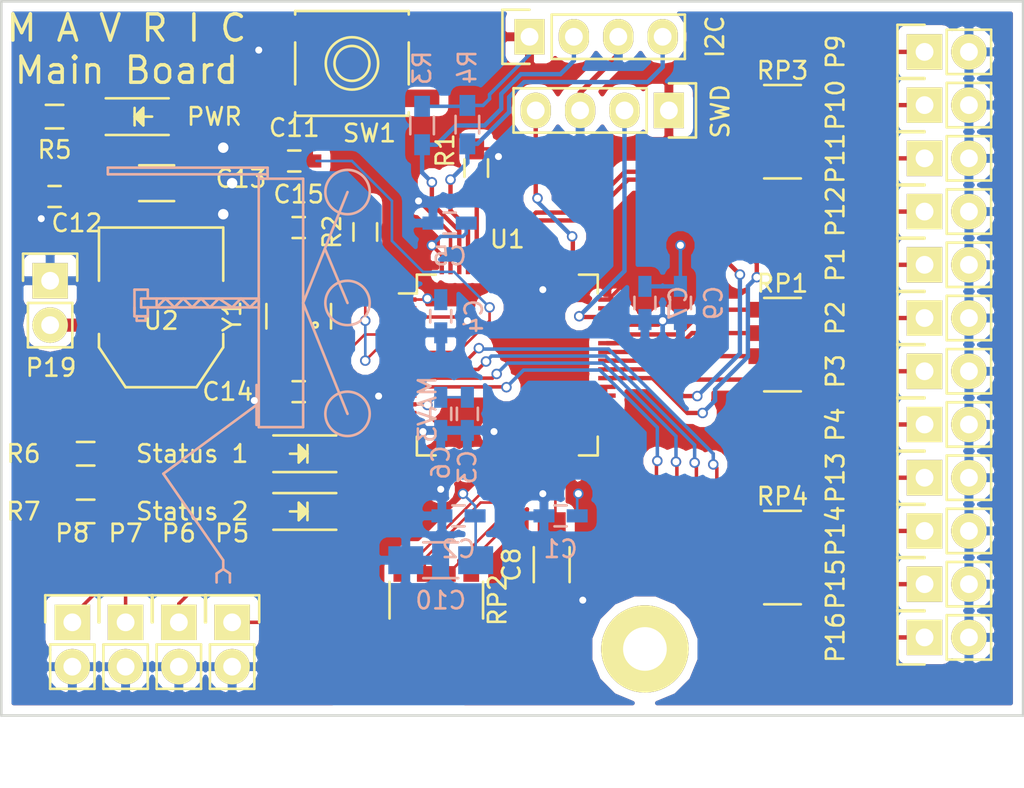
<source format=kicad_pcb>
(kicad_pcb (version 4) (host pcbnew 4.0.0-rc2-stable)
  (layers (0 F.Cu signal) (31 B.Cu signal) (34 B.Paste user) (35 F.Paste user) (36 B.SilkS user) (37 F.SilkS user) (38 B.Mask user) (39 F.Mask user) (44 Edge.Cuts user))
  (net 0 "")
  (net 1 GND)
  (net 2 +3V3)
  (net 3 /VDDA)
  (net 4 /VCAP1)
  (net 5 /NRST)
  (net 6 +12V)
  (net 7 /OSC1)
  (net 8 "Net-(C15-Pad2)")
  (net 9 "Net-(P1-Pad1)")
  (net 10 "Net-(P2-Pad1)")
  (net 11 "Net-(P3-Pad1)")
  (net 12 "Net-(P4-Pad1)")
  (net 13 "Net-(P5-Pad1)")
  (net 14 "Net-(P6-Pad1)")
  (net 15 "Net-(P7-Pad1)")
  (net 16 "Net-(P8-Pad1)")
  (net 17 "Net-(P9-Pad1)")
  (net 18 "Net-(P10-Pad1)")
  (net 19 "Net-(P11-Pad1)")
  (net 20 "Net-(P12-Pad1)")
  (net 21 "Net-(P13-Pad1)")
  (net 22 "Net-(P14-Pad1)")
  (net 23 "Net-(P15-Pad1)")
  (net 24 "Net-(P16-Pad1)")
  (net 25 /SWDIO)
  (net 26 /SWCLK)
  (net 27 /SDA_1)
  (net 28 /SCL_1)
  (net 29 /BOOT0)
  (net 30 /OSC2)
  (net 31 /PA_8)
  (net 32 /PA_11)
  (net 33 /PA_9)
  (net 34 /PA_10)
  (net 35 /PB_1)
  (net 36 /PC_5)
  (net 37 /PB_2)
  (net 38 /PC_4)
  (net 39 /PB_4)
  (net 40 /PC_9)
  (net 41 /PB_5)
  (net 42 /PC_8)
  (net 43 /PC_0)
  (net 44 /PC_3)
  (net 45 /PC_1)
  (net 46 /PC_2)
  (net 47 "Net-(D1-Pad1)")
  (net 48 "Net-(D2-Pad2)")
  (net 49 /PA_0)
  (net 50 "Net-(D3-Pad2)")
  (net 51 /PA_1)
  (module Capacitors_SMD:C_0603_HandSoldering (layer B.Cu) (at 148.844 103.886)
    (fp_text reference C1 (at 0 1.9) (layer B.SilkS) (effects (justify mirror)))
    (fp_text value 100n)
    (pad 1 smd rect (at -0.95 0) (size 1.2 0.75) (layers B.Cu B.Paste B.Mask) (net 1 GND))
    (pad 2 smd rect (at 0.95 0) (size 1.2 0.75) (layers B.Cu B.Paste B.Mask) (net 2 +3V3))
  )
  (module Capacitors_SMD:C_0603_HandSoldering (layer B.Cu) (at 143.002 103.886)
    (fp_text reference C2 (at 0 1.9) (layer B.SilkS) (effects (justify mirror)))
    (fp_text value 100n)
    (pad 1 smd rect (at -0.95 0) (size 1.2 0.75) (layers B.Cu B.Paste B.Mask) (net 1 GND))
    (pad 2 smd rect (at 0.95 0) (size 1.2 0.75) (layers B.Cu B.Paste B.Mask) (net 2 +3V3))
  )
  (module Capacitors_SMD:C_0603_HandSoldering (layer B.Cu) (at 143.51 98.044 90)
    (fp_text reference C3 (at -3.048 0 90) (layer B.SilkS) (effects (justify mirror)))
    (fp_text value 100n)
    (pad 1 smd rect (at -0.95 0 90) (size 1.2 0.75) (layers B.Cu B.Paste B.Mask) (net 1 GND))
    (pad 2 smd rect (at 0.95 0 90) (size 1.2 0.75) (layers B.Cu B.Paste B.Mask) (net 3 /VDDA))
  )
  (module Capacitors_SMD:C_0603_HandSoldering (layer B.Cu) (at 141.986 92.456 90)
    (fp_text reference C4 (at 0 1.9 90) (layer B.SilkS) (effects (justify mirror)))
    (fp_text value 100n)
    (pad 1 smd rect (at -0.95 0 90) (size 1.2 0.75) (layers B.Cu B.Paste B.Mask) (net 1 GND))
    (pad 2 smd rect (at 0.95 0 90) (size 1.2 0.75) (layers B.Cu B.Paste B.Mask) (net 2 +3V3))
  )
  (module Capacitors_SMD:C_0603_HandSoldering (layer B.Cu) (at 142.494 87.122)
    (fp_text reference C5 (at 0 1.9) (layer B.SilkS) (effects (justify mirror)))
    (fp_text value 100n)
    (pad 1 smd rect (at -0.95 0) (size 1.2 0.75) (layers B.Cu B.Paste B.Mask) (net 1 GND))
    (pad 2 smd rect (at 0.95 0) (size 1.2 0.75) (layers B.Cu B.Paste B.Mask) (net 2 +3V3))
  )
  (module Capacitors_SMD:C_0603_HandSoldering (layer B.Cu) (at 141.986 98.044 90)
    (fp_text reference C6 (at -2.794 0 90) (layer B.SilkS) (effects (justify mirror)))
    (fp_text value 1u)
    (pad 1 smd rect (at -0.95 0 90) (size 1.2 0.75) (layers B.Cu B.Paste B.Mask) (net 1 GND))
    (pad 2 smd rect (at 0.95 0 90) (size 1.2 0.75) (layers B.Cu B.Paste B.Mask) (net 3 /VDDA))
  )
  (module Capacitors_SMD:C_0603_HandSoldering (layer B.Cu) (at 153.67 91.694 90)
    (fp_text reference C7 (at 0 1.9 90) (layer B.SilkS) (effects (justify mirror)))
    (fp_text value 100n)
    (pad 1 smd rect (at -0.95 0 90) (size 1.2 0.75) (layers B.Cu B.Paste B.Mask) (net 1 GND))
    (pad 2 smd rect (at 0.95 0 90) (size 1.2 0.75) (layers B.Cu B.Paste B.Mask) (net 2 +3V3))
  )
  (module Capacitors_SMD:C_1206_HandSoldering (layer F.Cu) (at 148.336 106.68 90)
    (fp_text reference C8 (at 0 -2.3 90) (layer F.SilkS))
    (fp_text value 4.7u)
    (pad 1 smd rect (at -2 0 90) (size 2 1.6) (layers F.Cu F.Paste F.Mask) (net 1 GND))
    (pad 2 smd rect (at 2 0 90) (size 2 1.6) (layers F.Cu F.Paste F.Mask) (net 4 /VCAP1))
  )
  (module Capacitors_SMD:C_0603_HandSoldering (layer B.Cu) (at 155.702 91.694 90)
    (fp_text reference C9 (at 0 1.9 90) (layer B.SilkS) (effects (justify mirror)))
    (fp_text value 100n)
    (pad 1 smd rect (at -0.95 0 90) (size 1.2 0.75) (layers B.Cu B.Paste B.Mask) (net 1 GND))
    (pad 2 smd rect (at 0.95 0 90) (size 1.2 0.75) (layers B.Cu B.Paste B.Mask) (net 2 +3V3))
  )
  (module Capacitors_SMD:C_1206_HandSoldering (layer B.Cu) (at 141.986 106.426)
    (fp_text reference C10 (at 0 2.3) (layer B.SilkS) (effects (justify mirror)))
    (fp_text value 4.7u)
    (pad 1 smd rect (at -2 0) (size 2 1.6) (layers B.Cu B.Paste B.Mask) (net 1 GND))
    (pad 2 smd rect (at 2 0) (size 2 1.6) (layers B.Cu B.Paste B.Mask) (net 2 +3V3))
  )
  (module Capacitors_SMD:C_0603_HandSoldering (layer F.Cu) (at 133.604 83.566)
    (fp_text reference C11 (at 0 -1.9) (layer F.SilkS))
    (fp_text value 0.1u)
    (pad 1 smd rect (at -0.95 0) (size 1.2 0.75) (layers F.Cu F.Paste F.Mask) (net 1 GND))
    (pad 2 smd rect (at 0.95 0) (size 1.2 0.75) (layers F.Cu F.Paste F.Mask) (net 5 /NRST))
  )
  (module Capacitors_SMD:C_0603_HandSoldering (layer F.Cu) (at 119.888 85.598 180)
    (fp_text reference C12 (at -1.27 -1.524 180) (layer F.SilkS))
    (fp_text value 100n)
    (pad 1 smd rect (at -0.95 0 180) (size 1.2 0.75) (layers F.Cu F.Paste F.Mask) (net 6 +12V))
    (pad 2 smd rect (at 0.95 0 180) (size 1.2 0.75) (layers F.Cu F.Paste F.Mask) (net 1 GND))
  )
  (module Capacitors_SMD:C_1206_HandSoldering (layer F.Cu) (at 125.73 84.836)
    (fp_text reference C13 (at 4.826 -0.254) (layer F.SilkS))
    (fp_text value 10u)
    (pad 1 smd rect (at -2 0) (size 2 1.6) (layers F.Cu F.Paste F.Mask) (net 2 +3V3))
    (pad 2 smd rect (at 2 0) (size 2 1.6) (layers F.Cu F.Paste F.Mask) (net 1 GND))
  )
  (module Capacitors_SMD:C_0603_HandSoldering (layer F.Cu) (at 133.858 96.774 180)
    (fp_text reference C14 (at 4.064 0 180) (layer F.SilkS))
    (fp_text value 10p)
    (pad 1 smd rect (at -0.95 0 180) (size 1.2 0.75) (layers F.Cu F.Paste F.Mask) (net 7 /OSC1))
    (pad 2 smd rect (at 0.95 0 180) (size 1.2 0.75) (layers F.Cu F.Paste F.Mask) (net 1 GND))
  )
  (module Capacitors_SMD:C_0603_HandSoldering (layer F.Cu) (at 133.858 87.376)
    (fp_text reference C15 (at 0 -1.9) (layer F.SilkS))
    (fp_text value 10p)
    (pad 1 smd rect (at -0.95 0) (size 1.2 0.75) (layers F.Cu F.Paste F.Mask) (net 1 GND))
    (pad 2 smd rect (at 0.95 0) (size 1.2 0.75) (layers F.Cu F.Paste F.Mask) (net 8 "Net-(C15-Pad2)"))
  )
  (module LEDs:LED_1206 (layer F.Cu) (at 124.968 81.026)
    (fp_text reference PWR (at 4.064 0) (layer F.SilkS))
    (fp_text value Power)
    (pad 2 smd rect (at 1.41986 0 180) (size 1.59766 1.80086) (layers F.Cu F.Paste F.Mask) (net 2 +3V3))
    (pad 1 smd rect (at -1.41986 0 180) (size 1.59766 1.80086) (layers F.Cu F.Paste F.Mask) (net 47 "Net-(D1-Pad1)"))
  )
  (module LEDs:LED_1206 (layer F.Cu) (at 133.858 100.33 180)
    (fp_text reference "Status 1" (at 6.096 0 180) (layer F.SilkS))
    (fp_text value Status1)
    (pad 2 smd rect (at 1.41986 0) (size 1.59766 1.80086) (layers F.Cu F.Paste F.Mask) (net 48 "Net-(D2-Pad2)"))
    (pad 1 smd rect (at -1.41986 0) (size 1.59766 1.80086) (layers F.Cu F.Paste F.Mask) (net 49 /PA_0))
  )
  (module LEDs:LED_1206 (layer F.Cu) (at 133.858 103.632 180)
    (fp_text reference "Status 2" (at 6.096 0 180) (layer F.SilkS))
    (fp_text value Status2)
    (pad 2 smd rect (at 1.41986 0) (size 1.59766 1.80086) (layers F.Cu F.Paste F.Mask) (net 50 "Net-(D3-Pad2)"))
    (pad 1 smd rect (at -1.41986 0) (size 1.59766 1.80086) (layers F.Cu F.Paste F.Mask) (net 51 /PA_1))
  )
  (module Pin_Headers:Pin_Header_Straight_1x02 (layer F.Cu) (at 169.672 89.5096 90)
    (fp_text reference P1 (at 0 -5.1 90) (layer F.SilkS))
    (fp_text value PA_8)
    (pad 1 thru_hole rect (at 0 0 90) (size 2.032 2.032) (drill 1.016) (layers *.Cu *.Mask F.SilkS) (net 9 "Net-(P1-Pad1)"))
    (pad 2 thru_hole oval (at 0 2.54 90) (size 2.032 2.032) (drill 1.016) (layers *.Cu *.Mask F.SilkS) (net 1 GND))
  )
  (module Pin_Headers:Pin_Header_Straight_1x02 (layer F.Cu) (at 169.672 92.5576 90)
    (fp_text reference P2 (at 0 -5.1 90) (layer F.SilkS))
    (fp_text value PA_9)
    (pad 1 thru_hole rect (at 0 0 90) (size 2.032 2.032) (drill 1.016) (layers *.Cu *.Mask F.SilkS) (net 10 "Net-(P2-Pad1)"))
    (pad 2 thru_hole oval (at 0 2.54 90) (size 2.032 2.032) (drill 1.016) (layers *.Cu *.Mask F.SilkS) (net 1 GND))
  )
  (module Pin_Headers:Pin_Header_Straight_1x02 (layer F.Cu) (at 169.672 95.6056 90)
    (fp_text reference P3 (at 0 -5.1 90) (layer F.SilkS))
    (fp_text value PA_10)
    (pad 1 thru_hole rect (at 0 0 90) (size 2.032 2.032) (drill 1.016) (layers *.Cu *.Mask F.SilkS) (net 11 "Net-(P3-Pad1)"))
    (pad 2 thru_hole oval (at 0 2.54 90) (size 2.032 2.032) (drill 1.016) (layers *.Cu *.Mask F.SilkS) (net 1 GND))
  )
  (module Pin_Headers:Pin_Header_Straight_1x02 (layer F.Cu) (at 169.672 98.6536 90)
    (fp_text reference P4 (at 0 -5.1 90) (layer F.SilkS))
    (fp_text value PA_11)
    (pad 1 thru_hole rect (at 0 0 90) (size 2.032 2.032) (drill 1.016) (layers *.Cu *.Mask F.SilkS) (net 12 "Net-(P4-Pad1)"))
    (pad 2 thru_hole oval (at 0 2.54 90) (size 2.032 2.032) (drill 1.016) (layers *.Cu *.Mask F.SilkS) (net 1 GND))
  )
  (module Pin_Headers:Pin_Header_Straight_1x02 (layer F.Cu) (at 130.048 109.982)
    (fp_text reference P5 (at 0 -5.1) (layer F.SilkS))
    (fp_text value PB_2)
    (pad 1 thru_hole rect (at 0 0) (size 2.032 2.032) (drill 1.016) (layers *.Cu *.Mask F.SilkS) (net 13 "Net-(P5-Pad1)"))
    (pad 2 thru_hole oval (at 0 2.54) (size 2.032 2.032) (drill 1.016) (layers *.Cu *.Mask F.SilkS) (net 1 GND))
  )
  (module Pin_Headers:Pin_Header_Straight_1x02 (layer F.Cu) (at 127 109.982)
    (fp_text reference P6 (at 0 -5.1) (layer F.SilkS))
    (fp_text value PB_1)
    (pad 1 thru_hole rect (at 0 0) (size 2.032 2.032) (drill 1.016) (layers *.Cu *.Mask F.SilkS) (net 14 "Net-(P6-Pad1)"))
    (pad 2 thru_hole oval (at 0 2.54) (size 2.032 2.032) (drill 1.016) (layers *.Cu *.Mask F.SilkS) (net 1 GND))
  )
  (module Pin_Headers:Pin_Header_Straight_1x02 (layer F.Cu) (at 123.952 109.982)
    (fp_text reference P7 (at 0 -5.1) (layer F.SilkS))
    (fp_text value PC_5)
    (pad 1 thru_hole rect (at 0 0) (size 2.032 2.032) (drill 1.016) (layers *.Cu *.Mask F.SilkS) (net 15 "Net-(P7-Pad1)"))
    (pad 2 thru_hole oval (at 0 2.54) (size 2.032 2.032) (drill 1.016) (layers *.Cu *.Mask F.SilkS) (net 1 GND))
  )
  (module Pin_Headers:Pin_Header_Straight_1x02 (layer F.Cu) (at 120.904 109.982)
    (fp_text reference P8 (at 0 -5.1) (layer F.SilkS))
    (fp_text value PC_4)
    (pad 1 thru_hole rect (at 0 0) (size 2.032 2.032) (drill 1.016) (layers *.Cu *.Mask F.SilkS) (net 16 "Net-(P8-Pad1)"))
    (pad 2 thru_hole oval (at 0 2.54) (size 2.032 2.032) (drill 1.016) (layers *.Cu *.Mask F.SilkS) (net 1 GND))
  )
  (module Pin_Headers:Pin_Header_Straight_1x02 (layer F.Cu) (at 169.672 77.3176 90)
    (fp_text reference P9 (at 0 -5.1 90) (layer F.SilkS))
    (fp_text value PB_4)
    (pad 1 thru_hole rect (at 0 0 90) (size 2.032 2.032) (drill 1.016) (layers *.Cu *.Mask F.SilkS) (net 17 "Net-(P9-Pad1)"))
    (pad 2 thru_hole oval (at 0 2.54 90) (size 2.032 2.032) (drill 1.016) (layers *.Cu *.Mask F.SilkS) (net 1 GND))
  )
  (module Pin_Headers:Pin_Header_Straight_1x02 (layer F.Cu) (at 169.672 80.3656 90)
    (fp_text reference P10 (at 0 -5.1 90) (layer F.SilkS))
    (fp_text value PB_5)
    (pad 1 thru_hole rect (at 0 0 90) (size 2.032 2.032) (drill 1.016) (layers *.Cu *.Mask F.SilkS) (net 18 "Net-(P10-Pad1)"))
    (pad 2 thru_hole oval (at 0 2.54 90) (size 2.032 2.032) (drill 1.016) (layers *.Cu *.Mask F.SilkS) (net 1 GND))
  )
  (module Pin_Headers:Pin_Header_Straight_1x02 (layer F.Cu) (at 169.672 83.4136 90)
    (fp_text reference P11 (at 0 -5.1 90) (layer F.SilkS))
    (fp_text value PC_9)
    (pad 1 thru_hole rect (at 0 0 90) (size 2.032 2.032) (drill 1.016) (layers *.Cu *.Mask F.SilkS) (net 19 "Net-(P11-Pad1)"))
    (pad 2 thru_hole oval (at 0 2.54 90) (size 2.032 2.032) (drill 1.016) (layers *.Cu *.Mask F.SilkS) (net 1 GND))
  )
  (module Pin_Headers:Pin_Header_Straight_1x02 (layer F.Cu) (at 169.672 86.4616 90)
    (fp_text reference P12 (at 0 -5.1 90) (layer F.SilkS))
    (fp_text value PC_8)
    (pad 1 thru_hole rect (at 0 0 90) (size 2.032 2.032) (drill 1.016) (layers *.Cu *.Mask F.SilkS) (net 20 "Net-(P12-Pad1)"))
    (pad 2 thru_hole oval (at 0 2.54 90) (size 2.032 2.032) (drill 1.016) (layers *.Cu *.Mask F.SilkS) (net 1 GND))
  )
  (module Pin_Headers:Pin_Header_Straight_1x02 (layer F.Cu) (at 169.672 101.7016 90)
    (fp_text reference P13 (at 0 -5.1 90) (layer F.SilkS))
    (fp_text value PC_0)
    (pad 1 thru_hole rect (at 0 0 90) (size 2.032 2.032) (drill 1.016) (layers *.Cu *.Mask F.SilkS) (net 21 "Net-(P13-Pad1)"))
    (pad 2 thru_hole oval (at 0 2.54 90) (size 2.032 2.032) (drill 1.016) (layers *.Cu *.Mask F.SilkS) (net 1 GND))
  )
  (module Pin_Headers:Pin_Header_Straight_1x02 (layer F.Cu) (at 169.672 104.7496 90)
    (fp_text reference P14 (at 0 -5.1 90) (layer F.SilkS))
    (fp_text value PC_1)
    (pad 1 thru_hole rect (at 0 0 90) (size 2.032 2.032) (drill 1.016) (layers *.Cu *.Mask F.SilkS) (net 22 "Net-(P14-Pad1)"))
    (pad 2 thru_hole oval (at 0 2.54 90) (size 2.032 2.032) (drill 1.016) (layers *.Cu *.Mask F.SilkS) (net 1 GND))
  )
  (module Pin_Headers:Pin_Header_Straight_1x02 (layer F.Cu) (at 169.672 107.7976 90)
    (fp_text reference P15 (at 0 -5.1 90) (layer F.SilkS))
    (fp_text value PC_2)
    (pad 1 thru_hole rect (at 0 0 90) (size 2.032 2.032) (drill 1.016) (layers *.Cu *.Mask F.SilkS) (net 23 "Net-(P15-Pad1)"))
    (pad 2 thru_hole oval (at 0 2.54 90) (size 2.032 2.032) (drill 1.016) (layers *.Cu *.Mask F.SilkS) (net 1 GND))
  )
  (module Pin_Headers:Pin_Header_Straight_1x02 (layer F.Cu) (at 169.672 110.8456 90)
    (fp_text reference P16 (at 0 -5.1 90) (layer F.SilkS))
    (fp_text value PC_3)
    (pad 1 thru_hole rect (at 0 0 90) (size 2.032 2.032) (drill 1.016) (layers *.Cu *.Mask F.SilkS) (net 24 "Net-(P16-Pad1)"))
    (pad 2 thru_hole oval (at 0 2.54 90) (size 2.032 2.032) (drill 1.016) (layers *.Cu *.Mask F.SilkS) (net 1 GND))
  )
  (module Pin_Headers:Pin_Header_Straight_1x04 (layer F.Cu) (at 155.0416 80.6704 270)
    (fp_text reference SWD (at 0.0508 -2.9464 270) (layer F.SilkS))
    (fp_text value SWD)
    (pad 1 thru_hole rect (at 0 0 270) (size 2.032 1.7272) (drill 1.016) (layers *.Cu *.Mask F.SilkS) (net 2 +3V3))
    (pad 2 thru_hole oval (at 0 2.54 270) (size 2.032 1.7272) (drill 1.016) (layers *.Cu *.Mask F.SilkS) (net 25 /SWDIO))
    (pad 3 thru_hole oval (at 0 5.08 270) (size 2.032 1.7272) (drill 1.016) (layers *.Cu *.Mask F.SilkS) (net 1 GND))
    (pad 4 thru_hole oval (at 0 7.62 270) (size 2.032 1.7272) (drill 1.016) (layers *.Cu *.Mask F.SilkS) (net 26 /SWCLK))
  )
  (module Pin_Headers:Pin_Header_Straight_1x04 (layer F.Cu) (at 147.066 76.454 90)
    (fp_text reference I2C (at 0 10.6172 90) (layer F.SilkS))
    (fp_text value I2C)
    (pad 1 thru_hole rect (at 0 0 90) (size 2.032 1.7272) (drill 1.016) (layers *.Cu *.Mask F.SilkS) (net 2 +3V3))
    (pad 2 thru_hole oval (at 0 2.54 90) (size 2.032 1.7272) (drill 1.016) (layers *.Cu *.Mask F.SilkS) (net 27 /SDA_1))
    (pad 3 thru_hole oval (at 0 5.08 90) (size 2.032 1.7272) (drill 1.016) (layers *.Cu *.Mask F.SilkS) (net 1 GND))
    (pad 4 thru_hole oval (at 0 7.62 90) (size 2.032 1.7272) (drill 1.016) (layers *.Cu *.Mask F.SilkS) (net 28 /SCL_1))
  )
  (module Pin_Headers:Pin_Header_Straight_1x02 (layer F.Cu) (at 119.634 90.424)
    (fp_text reference P19 (at 0.0508 4.9784) (layer F.SilkS))
    (fp_text value Power)
    (pad 1 thru_hole rect (at 0 0) (size 2.032 2.032) (drill 1.016) (layers *.Cu *.Mask F.SilkS) (net 1 GND))
    (pad 2 thru_hole oval (at 0 2.54) (size 2.032 2.032) (drill 1.016) (layers *.Cu *.Mask F.SilkS) (net 6 +12V))
  )
  (module Resistors_SMD:R_0603_HandSoldering (layer F.Cu) (at 144.018 83.9724 90)
    (fp_text reference R1 (at 1.016 -1.778 90) (layer F.SilkS))
    (fp_text value 10k)
    (pad 1 smd rect (at -1.1 0 90) (size 1.2 0.9) (layers F.Cu F.Paste F.Mask) (net 29 /BOOT0))
    (pad 2 smd rect (at 1.1 0 90) (size 1.2 0.9) (layers F.Cu F.Paste F.Mask) (net 1 GND))
  )
  (module Resistors_SMD:R_0603_HandSoldering (layer F.Cu) (at 137.668 87.63 90)
    (fp_text reference R2 (at 0 -1.9 90) (layer F.SilkS))
    (fp_text value R_Ext)
    (pad 1 smd rect (at -1.1 0 90) (size 1.2 0.9) (layers F.Cu F.Paste F.Mask) (net 30 /OSC2))
    (pad 2 smd rect (at 1.1 0 90) (size 1.2 0.9) (layers F.Cu F.Paste F.Mask) (net 8 "Net-(C15-Pad2)"))
  )
  (module Resistors_SMD:R_0603_HandSoldering (layer B.Cu) (at 140.9192 81.534 270)
    (fp_text reference R3 (at -3.302 0 270) (layer B.SilkS) (effects (justify mirror)))
    (fp_text value 4.7k)
    (pad 1 smd rect (at -1.1 0 270) (size 1.2 0.9) (layers B.Cu B.Paste B.Mask) (net 2 +3V3))
    (pad 2 smd rect (at 1.1 0 270) (size 1.2 0.9) (layers B.Cu B.Paste B.Mask) (net 27 /SDA_1))
  )
  (module Resistors_SMD:R_0603_HandSoldering (layer B.Cu) (at 143.51 81.4832 270)
    (fp_text reference R4 (at -3.302 0 270) (layer B.SilkS) (effects (justify mirror)))
    (fp_text value 4.7k)
    (pad 1 smd rect (at -1.1 0 270) (size 1.2 0.9) (layers B.Cu B.Paste B.Mask) (net 2 +3V3))
    (pad 2 smd rect (at 1.1 0 270) (size 1.2 0.9) (layers B.Cu B.Paste B.Mask) (net 28 /SCL_1))
  )
  (module Resistors_SMD:R_0603_HandSoldering (layer F.Cu) (at 119.888 81.026 180)
    (fp_text reference R5 (at 0 -1.9 180) (layer F.SilkS))
    (fp_text value 220)
    (pad 1 smd rect (at -1.1 0 180) (size 1.2 0.9) (layers F.Cu F.Paste F.Mask) (net 47 "Net-(D1-Pad1)"))
    (pad 2 smd rect (at 1.1 0 180) (size 1.2 0.9) (layers F.Cu F.Paste F.Mask) (net 1 GND))
  )
  (module Resistors_SMD:R_0603_HandSoldering (layer F.Cu) (at 121.666 100.33)
    (fp_text reference R6 (at -3.556 0) (layer F.SilkS))
    (fp_text value 220)
    (pad 1 smd rect (at -1.1 0) (size 1.2 0.9) (layers F.Cu F.Paste F.Mask) (net 2 +3V3))
    (pad 2 smd rect (at 1.1 0) (size 1.2 0.9) (layers F.Cu F.Paste F.Mask) (net 48 "Net-(D2-Pad2)"))
  )
  (module Resistors_SMD:R_0603_HandSoldering (layer F.Cu) (at 121.666 103.632)
    (fp_text reference R7 (at -3.556 0) (layer F.SilkS))
    (fp_text value 220)
    (pad 1 smd rect (at -1.1 0) (size 1.2 0.9) (layers F.Cu F.Paste F.Mask) (net 2 +3V3))
    (pad 2 smd rect (at 1.1 0) (size 1.2 0.9) (layers F.Cu F.Paste F.Mask) (net 50 "Net-(D3-Pad2)"))
  )
  (module Resistors_SMD:R_Array_Convex_4x1206 (layer F.Cu) (at 161.544 106.2736)
    (fp_text reference RP4 (at 0 -3.5) (layer F.SilkS))
    (fp_text value "220 4pack")
    (pad 1 smd rect (at -1.5 -2) (size 0.9 0.9) (layers F.Cu F.Paste F.Mask) (net 43 /PC_0))
    (pad 4 smd rect (at -1.5 2) (size 0.9 0.9) (layers F.Cu F.Paste F.Mask) (net 44 /PC_3))
    (pad 2 smd rect (at -1.5 -0.66) (size 0.9 0.9) (layers F.Cu F.Paste F.Mask) (net 45 /PC_1))
    (pad 3 smd rect (at -1.5 0.66) (size 0.9 0.9) (layers F.Cu F.Paste F.Mask) (net 46 /PC_2))
    (pad 7 smd rect (at 1.5 -0.66) (size 0.9 0.9) (layers F.Cu F.Paste F.Mask) (net 22 "Net-(P14-Pad1)"))
    (pad 8 smd rect (at 1.5 -2) (size 0.9 0.9) (layers F.Cu F.Paste F.Mask) (net 21 "Net-(P13-Pad1)"))
    (pad 5 smd rect (at 1.5 2) (size 0.9 0.9) (layers F.Cu F.Paste F.Mask) (net 24 "Net-(P16-Pad1)"))
    (pad 6 smd rect (at 1.5 0.66) (size 0.9 0.9) (layers F.Cu F.Paste F.Mask) (net 23 "Net-(P15-Pad1)"))
  )
  (module Buttons_Switches_SMD:SW_SPST_EVQP0 (layer F.Cu) (at 136.906 77.978 180)
    (fp_text reference SW1 (at -1 -4 180) (layer F.SilkS))
    (fp_text value SPST)
    (pad 1 smd rect (at 3.4 -2 180) (size 3.2 1) (layers F.Cu F.Paste F.Mask) (net 5 /NRST))
    (pad 1 smd rect (at -3.4 -2 180) (size 3.2 1) (layers F.Cu F.Paste F.Mask) (net 5 /NRST))
    (pad 2 smd rect (at -3.4 2 180) (size 3.2 1) (layers F.Cu F.Paste F.Mask) (net 1 GND))
    (pad 2 smd rect (at 3.4 2 180) (size 3.2 1) (layers F.Cu F.Paste F.Mask) (net 1 GND))
  )
  (module Housings_QFP:LQFP-64_10x10mm_Pitch0.5mm (layer F.Cu) (at 145.796 95.25)
    (fp_text reference U1 (at 0 -7.2) (layer F.SilkS))
    (fp_text value STM32F401RCT6)
    (pad 1 smd rect (at -5.7 -3.75) (size 1 0.25) (layers F.Cu F.Paste F.Mask) (net 2 +3V3))
    (pad 2 smd rect (at -5.7 -3.25) (size 1 0.25) (layers F.Cu F.Paste F.Mask) (net 1 GND))
    (pad 3 smd rect (at -5.7 -2.75) (size 1 0.25) (layers F.Cu F.Paste F.Mask) (net 1 GND))
    (pad 4 smd rect (at -5.7 -2.25) (size 1 0.25) (layers F.Cu F.Paste F.Mask) (net 1 GND))
    (pad 5 smd rect (at -5.7 -1.75) (size 1 0.25) (layers F.Cu F.Paste F.Mask) (net 7 /OSC1))
    (pad 6 smd rect (at -5.7 -1.25) (size 1 0.25) (layers F.Cu F.Paste F.Mask) (net 30 /OSC2))
    (pad 7 smd rect (at -5.7 -0.75) (size 1 0.25) (layers F.Cu F.Paste F.Mask) (net 5 /NRST))
    (pad 8 smd rect (at -5.7 -0.25) (size 1 0.25) (layers F.Cu F.Paste F.Mask) (net 43 /PC_0))
    (pad 9 smd rect (at -5.7 0.25) (size 1 0.25) (layers F.Cu F.Paste F.Mask) (net 45 /PC_1))
    (pad 10 smd rect (at -5.7 0.75) (size 1 0.25) (layers F.Cu F.Paste F.Mask) (net 46 /PC_2))
    (pad 11 smd rect (at -5.7 1.25) (size 1 0.25) (layers F.Cu F.Paste F.Mask) (net 44 /PC_3))
    (pad 12 smd rect (at -5.7 1.75) (size 1 0.25) (layers F.Cu F.Paste F.Mask) (net 1 GND))
    (pad 13 smd rect (at -5.7 2.25) (size 1 0.25) (layers F.Cu F.Paste F.Mask) (net 3 /VDDA))
    (pad 14 smd rect (at -5.7 2.75) (size 1 0.25) (layers F.Cu F.Paste F.Mask) (net 49 /PA_0))
    (pad 15 smd rect (at -5.7 3.25) (size 1 0.25) (layers F.Cu F.Paste F.Mask) (net 51 /PA_1))
    (pad 16 smd rect (at -5.7 3.75) (size 1 0.25) (layers F.Cu F.Paste F.Mask) (net 1 GND))
    (pad 17 smd rect (at -3.75 5.7 90) (size 1 0.25) (layers F.Cu F.Paste F.Mask) (net 1 GND))
    (pad 18 smd rect (at -3.25 5.7 90) (size 1 0.25) (layers F.Cu F.Paste F.Mask) (net 1 GND))
    (pad 19 smd rect (at -2.75 5.7 90) (size 1 0.25) (layers F.Cu F.Paste F.Mask) (net 2 +3V3))
    (pad 20 smd rect (at -2.25 5.7 90) (size 1 0.25) (layers F.Cu F.Paste F.Mask) (net 1 GND))
    (pad 21 smd rect (at -1.75 5.7 90) (size 1 0.25) (layers F.Cu F.Paste F.Mask) (net 1 GND))
    (pad 22 smd rect (at -1.25 5.7 90) (size 1 0.25) (layers F.Cu F.Paste F.Mask) (net 1 GND))
    (pad 23 smd rect (at -0.75 5.7 90) (size 1 0.25) (layers F.Cu F.Paste F.Mask) (net 1 GND))
    (pad 24 smd rect (at -0.25 5.7 90) (size 1 0.25) (layers F.Cu F.Paste F.Mask) (net 38 /PC_4))
    (pad 25 smd rect (at 0.25 5.7 90) (size 1 0.25) (layers F.Cu F.Paste F.Mask) (net 36 /PC_5))
    (pad 26 smd rect (at 0.75 5.7 90) (size 1 0.25) (layers F.Cu F.Paste F.Mask) (net 1 GND))
    (pad 27 smd rect (at 1.25 5.7 90) (size 1 0.25) (layers F.Cu F.Paste F.Mask) (net 35 /PB_1))
    (pad 28 smd rect (at 1.75 5.7 90) (size 1 0.25) (layers F.Cu F.Paste F.Mask) (net 37 /PB_2))
    (pad 29 smd rect (at 2.25 5.7 90) (size 1 0.25) (layers F.Cu F.Paste F.Mask) (net 1 GND))
    (pad 30 smd rect (at 2.75 5.7 90) (size 1 0.25) (layers F.Cu F.Paste F.Mask) (net 4 /VCAP1))
    (pad 31 smd rect (at 3.25 5.7 90) (size 1 0.25) (layers F.Cu F.Paste F.Mask) (net 1 GND))
    (pad 32 smd rect (at 3.75 5.7 90) (size 1 0.25) (layers F.Cu F.Paste F.Mask) (net 2 +3V3))
    (pad 33 smd rect (at 5.7 3.75) (size 1 0.25) (layers F.Cu F.Paste F.Mask) (net 1 GND))
    (pad 34 smd rect (at 5.7 3.25) (size 1 0.25) (layers F.Cu F.Paste F.Mask) (net 1 GND))
    (pad 35 smd rect (at 5.7 2.75) (size 1 0.25) (layers F.Cu F.Paste F.Mask) (net 1 GND))
    (pad 36 smd rect (at 5.7 2.25) (size 1 0.25) (layers F.Cu F.Paste F.Mask) (net 1 GND))
    (pad 37 smd rect (at 5.7 1.75) (size 1 0.25) (layers F.Cu F.Paste F.Mask) (net 1 GND))
    (pad 38 smd rect (at 5.7 1.25) (size 1 0.25) (layers F.Cu F.Paste F.Mask) (net 1 GND))
    (pad 39 smd rect (at 5.7 0.75) (size 1 0.25) (layers F.Cu F.Paste F.Mask) (net 42 /PC_8))
    (pad 40 smd rect (at 5.7 0.25) (size 1 0.25) (layers F.Cu F.Paste F.Mask) (net 40 /PC_9))
    (pad 41 smd rect (at 5.7 -0.25) (size 1 0.25) (layers F.Cu F.Paste F.Mask) (net 31 /PA_8))
    (pad 42 smd rect (at 5.7 -0.75) (size 1 0.25) (layers F.Cu F.Paste F.Mask) (net 33 /PA_9))
    (pad 43 smd rect (at 5.7 -1.25) (size 1 0.25) (layers F.Cu F.Paste F.Mask) (net 34 /PA_10))
    (pad 44 smd rect (at 5.7 -1.75) (size 1 0.25) (layers F.Cu F.Paste F.Mask) (net 32 /PA_11))
    (pad 45 smd rect (at 5.7 -2.25) (size 1 0.25) (layers F.Cu F.Paste F.Mask) (net 1 GND))
    (pad 46 smd rect (at 5.7 -2.75) (size 1 0.25) (layers F.Cu F.Paste F.Mask) (net 25 /SWDIO))
    (pad 47 smd rect (at 5.7 -3.25) (size 1 0.25) (layers F.Cu F.Paste F.Mask) (net 1 GND))
    (pad 48 smd rect (at 5.7 -3.75) (size 1 0.25) (layers F.Cu F.Paste F.Mask) (net 2 +3V3))
    (pad 49 smd rect (at 3.75 -5.7 90) (size 1 0.25) (layers F.Cu F.Paste F.Mask) (net 26 /SWCLK))
    (pad 50 smd rect (at 3.25 -5.7 90) (size 1 0.25) (layers F.Cu F.Paste F.Mask) (net 1 GND))
    (pad 51 smd rect (at 2.75 -5.7 90) (size 1 0.25) (layers F.Cu F.Paste F.Mask) (net 1 GND))
    (pad 52 smd rect (at 2.25 -5.7 90) (size 1 0.25) (layers F.Cu F.Paste F.Mask) (net 1 GND))
    (pad 53 smd rect (at 1.75 -5.7 90) (size 1 0.25) (layers F.Cu F.Paste F.Mask) (net 1 GND))
    (pad 54 smd rect (at 1.25 -5.7 90) (size 1 0.25) (layers F.Cu F.Paste F.Mask) (net 1 GND))
    (pad 55 smd rect (at 0.75 -5.7 90) (size 1 0.25) (layers F.Cu F.Paste F.Mask) (net 1 GND))
    (pad 56 smd rect (at 0.25 -5.7 90) (size 1 0.25) (layers F.Cu F.Paste F.Mask) (net 39 /PB_4))
    (pad 57 smd rect (at -0.25 -5.7 90) (size 1 0.25) (layers F.Cu F.Paste F.Mask) (net 41 /PB_5))
    (pad 58 smd rect (at -0.75 -5.7 90) (size 1 0.25) (layers F.Cu F.Paste F.Mask) (net 1 GND))
    (pad 59 smd rect (at -1.25 -5.7 90) (size 1 0.25) (layers F.Cu F.Paste F.Mask) (net 1 GND))
    (pad 60 smd rect (at -1.75 -5.7 90) (size 1 0.25) (layers F.Cu F.Paste F.Mask) (net 29 /BOOT0))
    (pad 61 smd rect (at -2.25 -5.7 90) (size 1 0.25) (layers F.Cu F.Paste F.Mask) (net 28 /SCL_1))
    (pad 62 smd rect (at -2.75 -5.7 90) (size 1 0.25) (layers F.Cu F.Paste F.Mask) (net 27 /SDA_1))
    (pad 63 smd rect (at -3.25 -5.7 90) (size 1 0.25) (layers F.Cu F.Paste F.Mask) (net 1 GND))
    (pad 64 smd rect (at -3.75 -5.7 90) (size 1 0.25) (layers F.Cu F.Paste F.Mask) (net 2 +3V3))
  )
  (module TO_SOT_Packages_SMD:SOT-223 (layer F.Cu) (at 125.984 91.948 180)
    (fp_text reference U2 (at 0 -0.762 180) (layer F.SilkS))
    (fp_text value LD1117S33TR)
    (pad 4 smd rect (at 0 -3.302 180) (size 3.6576 2.032) (layers F.Cu F.Paste F.Mask))
    (pad 2 smd rect (at 0 3.302 180) (size 1.016 2.032) (layers F.Cu F.Paste F.Mask) (net 2 +3V3))
    (pad 3 smd rect (at 2.286 3.302 180) (size 1.016 2.032) (layers F.Cu F.Paste F.Mask) (net 6 +12V))
    (pad 1 smd rect (at -2.286 3.302 180) (size 1.016 2.032) (layers F.Cu F.Paste F.Mask) (net 1 GND))
  )
  (module Crystals:Crystal_SMD_0603_4Pads (layer F.Cu) (at 133.858 92.456 90)
    (fp_text reference Y1 (at 0 -3.81 90) (layer F.SilkS))
    (fp_text value 25MHz)
    (pad 1 smd rect (at -2.19964 1.19888 90) (size 1.80086 1.39954) (layers F.Cu F.Paste F.Mask) (net 7 /OSC1))
    (pad 2 smd rect (at 2.19964 1.19888 90) (size 1.80086 1.39954) (layers F.Cu F.Paste F.Mask) (net 8 "Net-(C15-Pad2)"))
    (pad 3 smd rect (at 2.19964 -1.19888 90) (size 1.80086 1.39954) (layers F.Cu F.Paste F.Mask))
    (pad 4 smd rect (at -2.19964 -1.19888 90) (size 1.80086 1.39954) (layers F.Cu F.Paste F.Mask))
  )
  (module Resistors_SMD:R_Array_Convex_4x1206 (layer F.Cu) (at 141.732 108.712 270)
    (fp_text reference RP2 (at 0 -3.5 270) (layer F.SilkS))
    (fp_text value "220 4pack")
    (pad 1 smd rect (at -1.5 -2 270) (size 0.9 0.9) (layers F.Cu F.Paste F.Mask) (net 37 /PB_2))
    (pad 4 smd rect (at -1.5 2 270) (size 0.9 0.9) (layers F.Cu F.Paste F.Mask) (net 38 /PC_4))
    (pad 2 smd rect (at -1.5 -0.66 270) (size 0.9 0.9) (layers F.Cu F.Paste F.Mask) (net 35 /PB_1))
    (pad 3 smd rect (at -1.5 0.66 270) (size 0.9 0.9) (layers F.Cu F.Paste F.Mask) (net 36 /PC_5))
    (pad 7 smd rect (at 1.5 -0.66 270) (size 0.9 0.9) (layers F.Cu F.Paste F.Mask) (net 14 "Net-(P6-Pad1)"))
    (pad 8 smd rect (at 1.5 -2 270) (size 0.9 0.9) (layers F.Cu F.Paste F.Mask) (net 13 "Net-(P5-Pad1)"))
    (pad 5 smd rect (at 1.5 2 270) (size 0.9 0.9) (layers F.Cu F.Paste F.Mask) (net 16 "Net-(P8-Pad1)"))
    (pad 6 smd rect (at 1.5 0.66 270) (size 0.9 0.9) (layers F.Cu F.Paste F.Mask) (net 15 "Net-(P7-Pad1)"))
  )
  (module Resistors_SMD:R_Array_Convex_4x1206 (layer F.Cu) (at 161.544 81.8896)
    (fp_text reference RP3 (at 0 -3.5) (layer F.SilkS))
    (fp_text value "220 4pack")
    (pad 1 smd rect (at -1.5 -2) (size 0.9 0.9) (layers F.Cu F.Paste F.Mask) (net 39 /PB_4))
    (pad 4 smd rect (at -1.5 2) (size 0.9 0.9) (layers F.Cu F.Paste F.Mask) (net 42 /PC_8))
    (pad 2 smd rect (at -1.5 -0.66) (size 0.9 0.9) (layers F.Cu F.Paste F.Mask) (net 41 /PB_5))
    (pad 3 smd rect (at -1.5 0.66) (size 0.9 0.9) (layers F.Cu F.Paste F.Mask) (net 40 /PC_9))
    (pad 7 smd rect (at 1.5 -0.66) (size 0.9 0.9) (layers F.Cu F.Paste F.Mask) (net 18 "Net-(P10-Pad1)"))
    (pad 8 smd rect (at 1.5 -2) (size 0.9 0.9) (layers F.Cu F.Paste F.Mask) (net 17 "Net-(P9-Pad1)"))
    (pad 5 smd rect (at 1.5 2) (size 0.9 0.9) (layers F.Cu F.Paste F.Mask) (net 20 "Net-(P12-Pad1)"))
    (pad 6 smd rect (at 1.5 0.66) (size 0.9 0.9) (layers F.Cu F.Paste F.Mask) (net 19 "Net-(P11-Pad1)"))
  )
  (module Resistors_SMD:R_Array_Convex_4x1206 (layer F.Cu) (at 161.544 94.0816)
    (fp_text reference RP1 (at 0 -3.5) (layer F.SilkS))
    (fp_text value "220 4pack")
    (pad 1 smd rect (at -1.5 -2) (size 0.9 0.9) (layers F.Cu F.Paste F.Mask) (net 32 /PA_11))
    (pad 4 smd rect (at -1.5 2) (size 0.9 0.9) (layers F.Cu F.Paste F.Mask) (net 31 /PA_8))
    (pad 2 smd rect (at -1.5 -0.66) (size 0.9 0.9) (layers F.Cu F.Paste F.Mask) (net 34 /PA_10))
    (pad 3 smd rect (at -1.5 0.66) (size 0.9 0.9) (layers F.Cu F.Paste F.Mask) (net 33 /PA_9))
    (pad 7 smd rect (at 1.5 -0.66) (size 0.9 0.9) (layers F.Cu F.Paste F.Mask) (net 10 "Net-(P2-Pad1)"))
    (pad 8 smd rect (at 1.5 -2) (size 0.9 0.9) (layers F.Cu F.Paste F.Mask) (net 9 "Net-(P1-Pad1)"))
    (pad 5 smd rect (at 1.5 2) (size 0.9 0.9) (layers F.Cu F.Paste F.Mask) (net 12 "Net-(P4-Pad1)"))
    (pad 6 smd rect (at 1.5 0.66) (size 0.9 0.9) (layers F.Cu F.Paste F.Mask) (net 11 "Net-(P3-Pad1)"))
  )
  (module Mounting_Holes:MountingHole_2.5mm_Pad (layer F.Cu) (at 153.67 111.506)
    (fp_text reference REF** hide)
    (fp_text value MountingHole_2.5mm_Pad)
    (pad 1 thru_hole circle (at 0 0) (size 5 5) (drill 2.5) (layers *.Cu *.Mask F.SilkS))
  )
  (module Labels:MAVRIC (layer B.Cu) (at 132.842 91.694 270)
    (fp_text reference MAV3 (at 6.096 -8.382 270) (layer B.SilkS) (effects (justify mirror)))
    (fp_text value MAVRIC)
  )
  (gr_text "M A V R I C\nMain Board\n" (at 124.0028 77.1652) (layer F.SilkS) (effects (font (size 1.5 1.5) (thickness 0.2))))
  (gr_line (start 175.3108 115.316) (end 116.84 115.316) (angle 90) (layer Edge.Cuts) (width 0.15))
  (gr_line (start 175.3108 74.422) (end 116.84 74.422) (angle 90) (layer Edge.Cuts) (width 0.15))
  (gr_line (start 175.3108 115.316) (end 175.3108 74.422) (angle 90) (layer Edge.Cuts) (width 0.15))
  (gr_line (start 116.84 74.422) (end 116.84 115.316) (angle 90) (layer Edge.Cuts) (width 0.15))
  (segment (start 140.096 92.5) (end 140.096 92) (width 0.2) (layer F.Cu) (net 1))
  (segment (start 140.096 93) (end 140.096 92.5) (width 0.2) (layer F.Cu) (net 1))
  (segment (start 118.938 85.598) (end 118.938 86.68) (width 0.2) (layer F.Cu) (net 1))
  (via (at 119.126 86.868) (size 0.6) (drill 0.4) (layers F.Cu B.Cu) (net 1))
  (segment (start 118.938 86.68) (end 119.126 86.868) (width 0.2) (layer F.Cu) (net 1))
  (segment (start 118.938 85.598) (end 118.938 81.176) (width 0.2) (layer F.Cu) (net 1))
  (segment (start 118.938 81.176) (end 118.788 81.026) (width 0.2) (layer F.Cu) (net 1))
  (segment (start 132.908 96.774) (end 131.826 96.774) (width 0.2) (layer F.Cu) (net 1))
  (via (at 131.318 97.282) (size 0.6) (drill 0.4) (layers F.Cu B.Cu) (net 1))
  (segment (start 131.826 96.774) (end 131.318 97.282) (width 0.2) (layer F.Cu) (net 1))
  (segment (start 140.096 97) (end 138.458 97) (width 0.2) (layer F.Cu) (net 1))
  (via (at 138.43 97.028) (size 0.6) (drill 0.4) (layers F.Cu B.Cu) (net 1))
  (segment (start 138.458 97) (end 138.43 97.028) (width 0.2) (layer F.Cu) (net 1))
  (segment (start 148.336 108.68) (end 150.082 108.68) (width 0.2) (layer F.Cu) (net 1))
  (via (at 150.114 108.712) (size 0.6) (drill 0.4) (layers F.Cu B.Cu) (net 1))
  (segment (start 150.082 108.68) (end 150.114 108.712) (width 0.2) (layer F.Cu) (net 1))
  (segment (start 146.546 100.95) (end 146.546 99.58) (width 0.2) (layer F.Cu) (net 1))
  (segment (start 145.046 99.072) (end 145.046 100.95) (width 0.2) (layer F.Cu) (net 1))
  (via (at 145.034 99.06) (size 0.6) (drill 0.4) (layers F.Cu B.Cu) (net 1))
  (segment (start 145.046 99.072) (end 145.034 99.06) (width 0.2) (layer F.Cu) (net 1))
  (segment (start 146.026 99.06) (end 145.034 99.06) (width 0.2) (layer F.Cu) (net 1))
  (segment (start 146.546 99.58) (end 146.026 99.06) (width 0.2) (layer F.Cu) (net 1))
  (segment (start 140.096 92.5) (end 143.3 92.5) (width 0.2) (layer F.Cu) (net 1))
  (via (at 143.51 92.71) (size 0.6) (drill 0.4) (layers F.Cu B.Cu) (net 1))
  (segment (start 143.3 92.5) (end 143.51 92.71) (width 0.2) (layer F.Cu) (net 1))
  (segment (start 142.546 89.55) (end 142.546 87.682) (width 0.2) (layer F.Cu) (net 1))
  (via (at 140.716 85.852) (size 0.6) (drill 0.4) (layers F.Cu B.Cu) (net 1))
  (segment (start 142.546 87.682) (end 140.716 85.852) (width 0.2) (layer F.Cu) (net 1))
  (segment (start 145.046 89.55) (end 145.046 90.436) (width 0.2) (layer F.Cu) (net 1))
  (segment (start 148.046 90.714) (end 147.828 90.932) (width 0.2) (layer F.Cu) (net 1))
  (via (at 147.828 90.932) (size 0.6) (drill 0.4) (layers F.Cu B.Cu) (net 1))
  (segment (start 148.046 90.714) (end 148.046 89.55) (width 0.2) (layer F.Cu) (net 1))
  (segment (start 145.542 90.932) (end 147.828 90.932) (width 0.2) (layer F.Cu) (net 1))
  (segment (start 145.046 90.436) (end 145.542 90.932) (width 0.2) (layer F.Cu) (net 1))
  (segment (start 144.018 82.8724) (end 144.8484 82.8724) (width 0.2) (layer F.Cu) (net 1))
  (via (at 145.288 83.312) (size 0.6) (drill 0.4) (layers F.Cu B.Cu) (net 1))
  (segment (start 144.8484 82.8724) (end 145.288 83.312) (width 0.2) (layer F.Cu) (net 1))
  (segment (start 152.654 92.964) (end 154.432 92.964) (width 0.2) (layer F.Cu) (net 1))
  (via (at 154.686 92.71) (size 0.6) (drill 0.4) (layers F.Cu B.Cu) (net 1))
  (segment (start 154.432 92.964) (end 154.686 92.71) (width 0.2) (layer F.Cu) (net 1))
  (segment (start 152.654 92.964) (end 152.654 92.71) (width 0.2) (layer F.Cu) (net 1))
  (segment (start 151.496 92) (end 152.198 92) (width 0.2) (layer F.Cu) (net 1))
  (segment (start 152.654 92.456) (end 152.654 92.964) (width 0.2) (layer F.Cu) (net 1))
  (segment (start 152.654 92.964) (end 152.654 93) (width 0.2) (layer F.Cu) (net 1))
  (segment (start 152.198 92) (end 152.654 92.456) (width 0.2) (layer F.Cu) (net 1))
  (segment (start 152.654 93) (end 151.496 93) (width 0.2) (layer F.Cu) (net 1))
  (segment (start 149.9616 80.6704) (end 149.9616 79.6544) (width 0.3) (layer F.Cu) (net 1))
  (segment (start 149.9616 79.6544) (end 152.146 77.47) (width 0.3) (layer F.Cu) (net 1))
  (segment (start 152.146 77.47) (end 152.146 76.454) (width 0.3) (layer F.Cu) (net 1))
  (segment (start 133.506 75.978) (end 132.81 75.978) (width 0.2) (layer F.Cu) (net 1))
  (segment (start 132.81 75.978) (end 131.572 77.216) (width 0.2) (layer F.Cu) (net 1))
  (via (at 131.572 77.216) (size 0.6) (drill 0.4) (layers F.Cu B.Cu) (net 1))
  (segment (start 133.506 75.978) (end 140.306 75.978) (width 0.2) (layer F.Cu) (net 1))
  (segment (start 127.73 84.836) (end 127.73 84.614) (width 0.75) (layer F.Cu) (net 1))
  (segment (start 127.73 84.614) (end 129.54 82.804) (width 0.75) (layer F.Cu) (net 1))
  (via (at 129.54 82.804) (size 0.8) (drill 0.6) (layers F.Cu B.Cu) (net 1))
  (segment (start 127.73 84.836) (end 127.762 84.836) (width 0.75) (layer F.Cu) (net 1))
  (segment (start 127.762 84.836) (end 129.54 86.614) (width 0.75) (layer F.Cu) (net 1))
  (via (at 129.54 86.614) (size 0.8) (drill 0.6) (layers F.Cu B.Cu) (net 1))
  (segment (start 127.73 84.836) (end 130.048 84.836) (width 0.75) (layer F.Cu) (net 1))
  (via (at 130.048 84.836) (size 0.8) (drill 0.6) (layers F.Cu B.Cu) (net 1))
  (segment (start 127.73 84.836) (end 127.73 86.328) (width 0.75) (layer F.Cu) (net 1))
  (segment (start 128.27 86.868) (end 128.27 88.646) (width 0.75) (layer F.Cu) (net 1))
  (segment (start 127.73 86.328) (end 128.27 86.868) (width 0.75) (layer F.Cu) (net 1))
  (segment (start 127.73 84.836) (end 127.73 84.36) (width 0.75) (layer F.Cu) (net 1))
  (segment (start 146.546 89.55) (end 147.046 89.55) (width 0.25) (layer F.Cu) (net 1))
  (segment (start 144.546 89.55) (end 145.046 89.55) (width 0.25) (layer F.Cu) (net 1))
  (segment (start 148.046 100.95) (end 148.046 102.398) (width 0.15) (layer F.Cu) (net 1))
  (segment (start 147.894 102.682) (end 147.894 103.886) (width 0.15) (layer B.Cu) (net 1))
  (segment (start 147.828 102.616) (end 147.894 102.682) (width 0.15) (layer B.Cu) (net 1))
  (via (at 147.828 102.616) (size 0.6) (drill 0.4) (layers F.Cu B.Cu) (net 1))
  (segment (start 148.046 102.398) (end 147.828 102.616) (width 0.15) (layer F.Cu) (net 1))
  (segment (start 149.046 100.95) (end 149.046 100.024) (width 0.15) (layer F.Cu) (net 1))
  (segment (start 148.046 100.112) (end 148.046 100.95) (width 0.15) (layer F.Cu) (net 1))
  (segment (start 148.336 99.822) (end 148.046 100.112) (width 0.15) (layer F.Cu) (net 1))
  (segment (start 148.844 99.822) (end 148.336 99.822) (width 0.15) (layer F.Cu) (net 1))
  (segment (start 149.046 100.024) (end 148.844 99.822) (width 0.15) (layer F.Cu) (net 1))
  (segment (start 143.546 100.95) (end 144.046 100.95) (width 0.15) (layer F.Cu) (net 1))
  (segment (start 142.046 100.95) (end 142.046 102.302) (width 0.15) (layer F.Cu) (net 1))
  (segment (start 142.052 102.428) (end 142.052 103.886) (width 0.15) (layer B.Cu) (net 1))
  (segment (start 141.986 102.362) (end 142.052 102.428) (width 0.15) (layer B.Cu) (net 1))
  (via (at 141.986 102.362) (size 0.6) (drill 0.4) (layers F.Cu B.Cu) (net 1))
  (segment (start 142.046 102.302) (end 141.986 102.362) (width 0.15) (layer F.Cu) (net 1))
  (segment (start 141.986 98.994) (end 141.036 98.994) (width 0.15) (layer B.Cu) (net 1))
  (segment (start 140.91 99) (end 140.096 99) (width 0.15) (layer F.Cu) (net 1))
  (segment (start 140.97 99.06) (end 140.91 99) (width 0.15) (layer F.Cu) (net 1))
  (via (at 140.97 99.06) (size 0.6) (drill 0.4) (layers F.Cu B.Cu) (net 1))
  (segment (start 141.036 98.994) (end 140.97 99.06) (width 0.15) (layer B.Cu) (net 1))
  (segment (start 143.51 98.994) (end 141.986 98.994) (width 0.15) (layer B.Cu) (net 1))
  (segment (start 132.908 87.376) (end 132.908 86.172) (width 0.25) (layer F.Cu) (net 1))
  (segment (start 132.654 85.918) (end 132.654 83.566) (width 0.25) (layer F.Cu) (net 1))
  (segment (start 132.908 86.172) (end 132.654 85.918) (width 0.25) (layer F.Cu) (net 1))
  (segment (start 128.27 88.646) (end 129.032 88.646) (width 0.25) (layer F.Cu) (net 1))
  (segment (start 129.032 88.646) (end 130.302 87.376) (width 0.25) (layer F.Cu) (net 1))
  (segment (start 130.302 87.376) (end 132.908 87.376) (width 0.25) (layer F.Cu) (net 1))
  (segment (start 143.9444 101.0008) (end 144.4444 101.0008) (width 0.25) (layer F.Cu) (net 1))
  (segment (start 144.4444 101.0008) (end 144.9444 101.0008) (width 0.25) (layer F.Cu) (net 1))
  (segment (start 141.9444 101.0008) (end 142.4444 101.0008) (width 0.25) (layer F.Cu) (net 1))
  (segment (start 147.9444 89.6008) (end 147.4444 89.6008) (width 0.25) (layer F.Cu) (net 1))
  (segment (start 147.4444 89.6008) (end 146.9444 89.6008) (width 0.25) (layer F.Cu) (net 1))
  (segment (start 148.9444 89.6008) (end 148.4444 89.6008) (width 0.25) (layer F.Cu) (net 1))
  (segment (start 148.4444 89.6008) (end 147.9444 89.6008) (width 0.25) (layer F.Cu) (net 1))
  (segment (start 151.3944 99.0508) (end 151.3944 98.5508) (width 0.25) (layer F.Cu) (net 1))
  (segment (start 151.3944 98.5508) (end 151.3944 98.0508) (width 0.25) (layer F.Cu) (net 1))
  (segment (start 151.3944 98.0508) (end 151.3944 97.5508) (width 0.25) (layer F.Cu) (net 1))
  (segment (start 151.3944 97.5508) (end 151.3944 97.0508) (width 0.25) (layer F.Cu) (net 1))
  (segment (start 151.3944 97.0508) (end 151.3944 96.5508) (width 0.25) (layer F.Cu) (net 1))
  (segment (start 143.51 80.3832) (end 144.4068 80.3832) (width 0.2) (layer B.Cu) (net 2))
  (segment (start 144.78 79.756) (end 147.066 77.47) (width 0.2) (layer B.Cu) (net 2))
  (segment (start 144.78 80.01) (end 144.78 79.756) (width 0.2) (layer B.Cu) (net 2))
  (segment (start 144.4068 80.3832) (end 144.78 80.01) (width 0.2) (layer B.Cu) (net 2))
  (segment (start 147.066 77.47) (end 147.066 76.454) (width 0.2) (layer B.Cu) (net 2))
  (segment (start 140.9192 80.434) (end 143.4592 80.434) (width 0.2) (layer B.Cu) (net 2))
  (segment (start 143.4592 80.434) (end 143.51 80.3832) (width 0.2) (layer B.Cu) (net 2))
  (segment (start 143.986 106.426) (end 143.986 103.92) (width 0.15) (layer B.Cu) (net 2))
  (segment (start 143.986 103.92) (end 143.952 103.886) (width 0.15) (layer B.Cu) (net 2))
  (segment (start 151.496 91.5) (end 151.578 91.5) (width 0.2) (layer F.Cu) (net 2))
  (segment (start 151.578 91.5) (end 154.686 88.392) (width 0.2) (layer F.Cu) (net 2))
  (segment (start 154.686 88.392) (end 155.702 88.392) (width 0.2) (layer F.Cu) (net 2))
  (segment (start 155.702 90.744) (end 155.702 88.392) (width 0.2) (layer B.Cu) (net 2))
  (via (at 155.702 88.392) (size 0.6) (drill 0.4) (layers F.Cu B.Cu) (net 2))
  (segment (start 154.686 90.678) (end 154.686 90.744) (width 0.2) (layer B.Cu) (net 2))
  (segment (start 154.686 90.744) (end 154.686 90.678) (width 0.2) (layer B.Cu) (net 2))
  (segment (start 154.686 90.678) (end 154.686 90.744) (width 0.2) (layer B.Cu) (net 2))
  (segment (start 142.046 89.55) (end 142.046 88.96) (width 0.2) (layer F.Cu) (net 2))
  (segment (start 143.444 87.696) (end 143.444 87.122) (width 0.2) (layer B.Cu) (net 2))
  (segment (start 143.256 87.884) (end 143.444 87.696) (width 0.2) (layer B.Cu) (net 2))
  (segment (start 141.986 87.884) (end 143.256 87.884) (width 0.2) (layer B.Cu) (net 2))
  (segment (start 141.478 88.392) (end 141.986 87.884) (width 0.2) (layer B.Cu) (net 2))
  (via (at 141.478 88.392) (size 0.6) (drill 0.4) (layers F.Cu B.Cu) (net 2))
  (segment (start 142.046 88.96) (end 141.478 88.392) (width 0.2) (layer F.Cu) (net 2))
  (segment (start 153.67 90.744) (end 154.686 90.744) (width 0.25) (layer B.Cu) (net 2))
  (segment (start 154.686 90.744) (end 155.702 90.744) (width 0.25) (layer B.Cu) (net 2))
  (segment (start 120.566 103.632) (end 120.566 100.33) (width 0.25) (layer F.Cu) (net 2))
  (segment (start 149.546 100.95) (end 149.546 102.302) (width 0.15) (layer F.Cu) (net 2))
  (segment (start 149.794 102.682) (end 149.794 103.886) (width 0.15) (layer B.Cu) (net 2))
  (segment (start 149.86 102.616) (end 149.794 102.682) (width 0.15) (layer B.Cu) (net 2))
  (via (at 149.86 102.616) (size 0.6) (drill 0.4) (layers F.Cu B.Cu) (net 2))
  (segment (start 149.546 102.302) (end 149.86 102.616) (width 0.15) (layer F.Cu) (net 2))
  (segment (start 143.046 100.95) (end 143.046 102.318) (width 0.15) (layer F.Cu) (net 2))
  (segment (start 143.952 103.312) (end 143.952 103.886) (width 0.15) (layer B.Cu) (net 2))
  (segment (start 143.256 102.616) (end 143.952 103.312) (width 0.15) (layer B.Cu) (net 2))
  (via (at 143.256 102.616) (size 0.6) (drill 0.4) (layers F.Cu B.Cu) (net 2))
  (segment (start 143.256 102.528) (end 143.256 102.616) (width 0.15) (layer F.Cu) (net 2))
  (segment (start 143.046 102.318) (end 143.256 102.528) (width 0.15) (layer F.Cu) (net 2))
  (segment (start 140.096 91.5) (end 141.164 91.5) (width 0.15) (layer F.Cu) (net 2))
  (segment (start 141.29 91.506) (end 141.986 91.506) (width 0.15) (layer B.Cu) (net 2))
  (segment (start 141.224 91.44) (end 141.29 91.506) (width 0.15) (layer B.Cu) (net 2))
  (via (at 141.224 91.44) (size 0.6) (drill 0.4) (layers F.Cu B.Cu) (net 2))
  (segment (start 141.164 91.5) (end 141.224 91.44) (width 0.15) (layer F.Cu) (net 2))
  (segment (start 123.73 84.836) (end 123.73 85.63) (width 0.25) (layer F.Cu) (net 2))
  (segment (start 123.73 85.63) (end 124.46 86.36) (width 0.25) (layer F.Cu) (net 2))
  (segment (start 124.46 86.36) (end 125.476 86.36) (width 0.25) (layer F.Cu) (net 2))
  (segment (start 125.476 86.36) (end 125.984 86.868) (width 0.25) (layer F.Cu) (net 2))
  (segment (start 125.984 86.868) (end 125.984 88.646) (width 0.25) (layer F.Cu) (net 2))
  (segment (start 126.38786 81.026) (end 126.38786 81.89214) (width 0.25) (layer F.Cu) (net 2))
  (segment (start 123.73 84.55) (end 123.73 84.836) (width 0.25) (layer F.Cu) (net 2))
  (segment (start 141.986 97.094) (end 143.51 97.094) (width 0.15) (layer B.Cu) (net 3))
  (segment (start 140.096 97.5) (end 141.188 97.5) (width 0.15) (layer F.Cu) (net 3))
  (segment (start 141.224 97.536) (end 141.666 97.094) (width 0.15) (layer B.Cu) (net 3))
  (via (at 141.224 97.536) (size 0.6) (drill 0.4) (layers F.Cu B.Cu) (net 3))
  (segment (start 141.188 97.5) (end 141.224 97.536) (width 0.15) (layer F.Cu) (net 3))
  (segment (start 141.666 97.094) (end 141.986 97.094) (width 0.15) (layer B.Cu) (net 3))
  (segment (start 148.546 100.95) (end 148.546 104.47) (width 0.15) (layer F.Cu) (net 4))
  (segment (start 148.546 104.47) (end 148.336 104.68) (width 0.15) (layer F.Cu) (net 4))
  (segment (start 140.096 94.5) (end 142.99 94.5) (width 0.15) (layer F.Cu) (net 5))
  (segment (start 136.906 83.566) (end 134.874 83.566) (width 0.15) (layer B.Cu) (net 5))
  (segment (start 139.192 85.852) (end 136.906 83.566) (width 0.15) (layer B.Cu) (net 5))
  (segment (start 139.192 88.138) (end 139.192 85.852) (width 0.15) (layer B.Cu) (net 5))
  (segment (start 140.97 89.916) (end 139.192 88.138) (width 0.15) (layer B.Cu) (net 5))
  (segment (start 142.748 89.916) (end 140.97 89.916) (width 0.15) (layer B.Cu) (net 5))
  (segment (start 144.78 91.948) (end 142.748 89.916) (width 0.15) (layer B.Cu) (net 5))
  (via (at 144.78 91.948) (size 0.6) (drill 0.4) (layers F.Cu B.Cu) (net 5))
  (segment (start 144.78 92.71) (end 144.78 91.948) (width 0.15) (layer F.Cu) (net 5))
  (segment (start 142.99 94.5) (end 144.78 92.71) (width 0.15) (layer F.Cu) (net 5))
  (segment (start 133.506 79.978) (end 140.306 79.978) (width 0.25) (layer F.Cu) (net 5))
  (segment (start 134.554 83.566) (end 134.554 82.23) (width 0.25) (layer F.Cu) (net 5))
  (segment (start 133.506 81.182) (end 133.506 79.978) (width 0.25) (layer F.Cu) (net 5))
  (segment (start 134.554 82.23) (end 133.506 81.182) (width 0.25) (layer F.Cu) (net 5))
  (segment (start 119.634 92.964) (end 121.666 92.964) (width 0.75) (layer F.Cu) (net 6))
  (segment (start 123.698 90.932) (end 123.698 88.646) (width 0.75) (layer F.Cu) (net 6))
  (segment (start 121.666 92.964) (end 123.698 90.932) (width 0.75) (layer F.Cu) (net 6))
  (segment (start 120.838 85.598) (end 120.838 85.786) (width 0.2) (layer F.Cu) (net 6))
  (segment (start 120.838 85.786) (end 123.698 88.646) (width 0.2) (layer F.Cu) (net 6))
  (segment (start 135.05688 94.65564) (end 136.48436 94.65564) (width 0.15) (layer F.Cu) (net 7))
  (segment (start 137.64 93.5) (end 140.096 93.5) (width 0.15) (layer F.Cu) (net 7))
  (segment (start 136.48436 94.65564) (end 137.64 93.5) (width 0.15) (layer F.Cu) (net 7))
  (segment (start 134.808 96.774) (end 134.808 94.90452) (width 0.25) (layer F.Cu) (net 7))
  (segment (start 134.808 94.90452) (end 135.05688 94.65564) (width 0.25) (layer F.Cu) (net 7))
  (segment (start 134.808 87.376) (end 134.874 87.376) (width 0.25) (layer F.Cu) (net 8))
  (segment (start 134.874 87.376) (end 135.72 86.53) (width 0.25) (layer F.Cu) (net 8))
  (segment (start 135.72 86.53) (end 137.668 86.53) (width 0.25) (layer F.Cu) (net 8))
  (segment (start 135.05688 90.25636) (end 135.05688 87.62488) (width 0.25) (layer F.Cu) (net 8))
  (segment (start 135.05688 87.62488) (end 134.808 87.376) (width 0.25) (layer F.Cu) (net 8))
  (segment (start 163.044 92.0816) (end 164.052 92.0816) (width 0.25) (layer F.Cu) (net 9))
  (segment (start 166.624 89.5096) (end 169.672 89.5096) (width 0.25) (layer F.Cu) (net 9))
  (segment (start 164.052 92.0816) (end 166.624 89.5096) (width 0.25) (layer F.Cu) (net 9))
  (segment (start 163.044 93.4216) (end 165.3028 93.4216) (width 0.25) (layer F.Cu) (net 10))
  (segment (start 166.1668 92.5576) (end 169.672 92.5576) (width 0.25) (layer F.Cu) (net 10))
  (segment (start 165.3028 93.4216) (end 166.1668 92.5576) (width 0.25) (layer F.Cu) (net 10))
  (segment (start 163.044 94.7416) (end 164.7948 94.7416) (width 0.25) (layer F.Cu) (net 11))
  (segment (start 165.6588 95.6056) (end 169.672 95.6056) (width 0.25) (layer F.Cu) (net 11))
  (segment (start 164.7948 94.7416) (end 165.6588 95.6056) (width 0.25) (layer F.Cu) (net 11))
  (segment (start 163.044 96.0816) (end 163.8488 96.0816) (width 0.25) (layer F.Cu) (net 12))
  (segment (start 166.4208 98.6536) (end 169.672 98.6536) (width 0.25) (layer F.Cu) (net 12))
  (segment (start 163.8488 96.0816) (end 166.4208 98.6536) (width 0.25) (layer F.Cu) (net 12))
  (segment (start 143.732 110.212) (end 143.732 113.2144) (width 0.2) (layer F.Cu) (net 13))
  (segment (start 133.1468 109.982) (end 130.048 109.982) (width 0.2) (layer F.Cu) (net 13))
  (segment (start 133.858 110.6932) (end 133.1468 109.982) (width 0.2) (layer F.Cu) (net 13))
  (segment (start 133.858 111.6584) (end 133.858 110.6932) (width 0.2) (layer F.Cu) (net 13))
  (segment (start 136.6012 114.4016) (end 133.858 111.6584) (width 0.2) (layer F.Cu) (net 13))
  (segment (start 142.5448 114.4016) (end 136.6012 114.4016) (width 0.2) (layer F.Cu) (net 13))
  (segment (start 143.732 113.2144) (end 142.5448 114.4016) (width 0.2) (layer F.Cu) (net 13))
  (segment (start 142.392 110.212) (end 142.392 112.9796) (width 0.2) (layer F.Cu) (net 14))
  (segment (start 127 108.9152) (end 127 109.982) (width 0.2) (layer F.Cu) (net 14))
  (segment (start 128.016 107.8992) (end 127 108.9152) (width 0.2) (layer F.Cu) (net 14))
  (segment (start 132.4356 107.8992) (end 128.016 107.8992) (width 0.2) (layer F.Cu) (net 14))
  (segment (start 134.2644 109.728) (end 132.4356 107.8992) (width 0.2) (layer F.Cu) (net 14))
  (segment (start 134.2644 111.499112) (end 134.2644 109.728) (width 0.2) (layer F.Cu) (net 14))
  (segment (start 136.766886 114.001598) (end 134.2644 111.499112) (width 0.2) (layer F.Cu) (net 14))
  (segment (start 141.370002 114.001598) (end 136.766886 114.001598) (width 0.2) (layer F.Cu) (net 14))
  (segment (start 142.392 112.9796) (end 141.370002 114.001598) (width 0.2) (layer F.Cu) (net 14))
  (segment (start 141.072 110.212) (end 141.072 113.0296) (width 0.2) (layer F.Cu) (net 15))
  (segment (start 123.952 108.3564) (end 123.952 109.982) (width 0.2) (layer F.Cu) (net 15))
  (segment (start 124.809202 107.499198) (end 123.952 108.3564) (width 0.2) (layer F.Cu) (net 15))
  (segment (start 132.601286 107.499198) (end 124.809202 107.499198) (width 0.2) (layer F.Cu) (net 15))
  (segment (start 134.7724 109.670312) (end 132.601286 107.499198) (width 0.2) (layer F.Cu) (net 15))
  (segment (start 134.7724 111.441424) (end 134.7724 109.670312) (width 0.2) (layer F.Cu) (net 15))
  (segment (start 136.932572 113.601596) (end 134.7724 111.441424) (width 0.2) (layer F.Cu) (net 15))
  (segment (start 140.500004 113.601596) (end 136.932572 113.601596) (width 0.2) (layer F.Cu) (net 15))
  (segment (start 141.072 113.0296) (end 140.500004 113.601596) (width 0.2) (layer F.Cu) (net 15))
  (segment (start 139.732 110.212) (end 139.732 112.661594) (width 0.2) (layer F.Cu) (net 16))
  (segment (start 123.431204 107.099196) (end 120.904 109.6264) (width 0.2) (layer F.Cu) (net 16))
  (segment (start 132.766972 107.099196) (end 123.431204 107.099196) (width 0.2) (layer F.Cu) (net 16))
  (segment (start 135.172402 109.504626) (end 132.766972 107.099196) (width 0.2) (layer F.Cu) (net 16))
  (segment (start 135.172402 111.275738) (end 135.172402 109.504626) (width 0.2) (layer F.Cu) (net 16))
  (segment (start 137.098258 113.201594) (end 135.172402 111.275738) (width 0.2) (layer F.Cu) (net 16))
  (segment (start 139.192 113.201594) (end 137.098258 113.201594) (width 0.2) (layer F.Cu) (net 16))
  (segment (start 139.732 112.661594) (end 139.192 113.201594) (width 0.2) (layer F.Cu) (net 16))
  (segment (start 120.904 109.6264) (end 120.904 109.982) (width 0.2) (layer F.Cu) (net 16))
  (segment (start 163.044 79.8896) (end 164.9664 79.8896) (width 0.25) (layer F.Cu) (net 17))
  (segment (start 167.5384 77.3176) (end 169.672 77.3176) (width 0.25) (layer F.Cu) (net 17))
  (segment (start 164.9664 79.8896) (end 167.5384 77.3176) (width 0.25) (layer F.Cu) (net 17))
  (segment (start 163.044 81.2296) (end 166.1156 81.2296) (width 0.25) (layer F.Cu) (net 18))
  (segment (start 166.9796 80.3656) (end 169.672 80.3656) (width 0.25) (layer F.Cu) (net 18))
  (segment (start 166.1156 81.2296) (end 166.9796 80.3656) (width 0.25) (layer F.Cu) (net 18))
  (segment (start 163.044 82.5496) (end 165.9632 82.5496) (width 0.25) (layer F.Cu) (net 19))
  (segment (start 166.8272 83.4136) (end 169.672 83.4136) (width 0.25) (layer F.Cu) (net 19))
  (segment (start 165.9632 82.5496) (end 166.8272 83.4136) (width 0.25) (layer F.Cu) (net 19))
  (segment (start 163.044 83.8896) (end 165.1188 83.8896) (width 0.25) (layer F.Cu) (net 20))
  (segment (start 167.6908 86.4616) (end 169.672 86.4616) (width 0.25) (layer F.Cu) (net 20))
  (segment (start 165.1188 83.8896) (end 167.6908 86.4616) (width 0.25) (layer F.Cu) (net 20))
  (segment (start 163.044 104.2736) (end 164.1536 104.2736) (width 0.25) (layer F.Cu) (net 21))
  (segment (start 166.7256 101.7016) (end 169.672 101.7016) (width 0.25) (layer F.Cu) (net 21))
  (segment (start 164.1536 104.2736) (end 166.7256 101.7016) (width 0.25) (layer F.Cu) (net 21))
  (segment (start 163.044 105.6136) (end 164.7948 105.6136) (width 0.25) (layer F.Cu) (net 22))
  (segment (start 165.6588 104.7496) (end 169.672 104.7496) (width 0.25) (layer F.Cu) (net 22))
  (segment (start 164.7948 105.6136) (end 165.6588 104.7496) (width 0.25) (layer F.Cu) (net 22))
  (segment (start 163.044 106.9336) (end 164.8456 106.9336) (width 0.25) (layer F.Cu) (net 23))
  (segment (start 165.7096 107.7976) (end 169.672 107.7976) (width 0.25) (layer F.Cu) (net 23))
  (segment (start 164.8456 106.9336) (end 165.7096 107.7976) (width 0.25) (layer F.Cu) (net 23))
  (segment (start 163.044 108.2736) (end 163.8996 108.2736) (width 0.25) (layer F.Cu) (net 24))
  (segment (start 166.4716 110.8456) (end 169.672 110.8456) (width 0.25) (layer F.Cu) (net 24))
  (segment (start 163.8996 108.2736) (end 166.4716 110.8456) (width 0.25) (layer F.Cu) (net 24))
  (segment (start 151.496 92.5) (end 149.9548 92.5) (width 0.25) (layer F.Cu) (net 25))
  (segment (start 152.5016 89.8652) (end 152.5016 80.6704) (width 0.25) (layer B.Cu) (net 25))
  (segment (start 149.9108 92.456) (end 152.5016 89.8652) (width 0.25) (layer B.Cu) (net 25))
  (via (at 149.9108 92.456) (size 0.6) (drill 0.4) (layers F.Cu B.Cu) (net 25))
  (segment (start 149.9548 92.5) (end 149.9108 92.456) (width 0.25) (layer F.Cu) (net 25))
  (segment (start 149.546 89.55) (end 149.546 87.9256) (width 0.25) (layer F.Cu) (net 26))
  (segment (start 147.4216 85.598) (end 147.4216 80.6704) (width 0.25) (layer F.Cu) (net 26))
  (segment (start 147.5232 85.6996) (end 147.4216 85.598) (width 0.25) (layer F.Cu) (net 26))
  (via (at 147.5232 85.6996) (size 0.6) (drill 0.4) (layers F.Cu B.Cu) (net 26))
  (segment (start 147.5232 85.9028) (end 147.5232 85.6996) (width 0.25) (layer B.Cu) (net 26))
  (segment (start 149.5044 87.884) (end 147.5232 85.9028) (width 0.25) (layer B.Cu) (net 26))
  (via (at 149.5044 87.884) (size 0.6) (drill 0.4) (layers F.Cu B.Cu) (net 26))
  (segment (start 149.546 87.9256) (end 149.5044 87.884) (width 0.25) (layer F.Cu) (net 26))
  (segment (start 143.046 89.55) (end 143.046 87.5724) (width 0.25) (layer F.Cu) (net 27))
  (segment (start 140.9192 84.2264) (end 140.9192 82.634) (width 0.25) (layer B.Cu) (net 27))
  (segment (start 141.478 84.7852) (end 140.9192 84.2264) (width 0.25) (layer B.Cu) (net 27))
  (via (at 141.478 84.7852) (size 0.6) (drill 0.4) (layers F.Cu B.Cu) (net 27))
  (segment (start 141.478 86.0044) (end 141.478 84.7852) (width 0.25) (layer F.Cu) (net 27))
  (segment (start 143.046 87.5724) (end 141.478 86.0044) (width 0.25) (layer F.Cu) (net 27))
  (segment (start 140.9192 82.634) (end 141.7496 82.634) (width 0.25) (layer B.Cu) (net 27))
  (segment (start 149.606 77.8256) (end 149.606 76.454) (width 0.25) (layer B.Cu) (net 27))
  (segment (start 148.836802 78.594798) (end 149.606 77.8256) (width 0.25) (layer B.Cu) (net 27))
  (segment (start 146.574804 78.594798) (end 148.836802 78.594798) (width 0.25) (layer B.Cu) (net 27))
  (segment (start 145.447598 79.722004) (end 146.574804 78.594798) (width 0.25) (layer B.Cu) (net 27))
  (segment (start 145.447598 80.585604) (end 145.447598 79.722004) (width 0.25) (layer B.Cu) (net 27))
  (segment (start 144.499202 81.534) (end 145.447598 80.585604) (width 0.25) (layer B.Cu) (net 27))
  (segment (start 142.8496 81.534) (end 144.499202 81.534) (width 0.25) (layer B.Cu) (net 27))
  (segment (start 141.7496 82.634) (end 142.8496 81.534) (width 0.25) (layer B.Cu) (net 27))
  (segment (start 143.546 89.55) (end 143.546 87.412) (width 0.25) (layer F.Cu) (net 28))
  (segment (start 143.51 83.6676) (end 143.51 82.5832) (width 0.25) (layer B.Cu) (net 28))
  (segment (start 142.5448 84.6328) (end 143.51 83.6676) (width 0.25) (layer B.Cu) (net 28))
  (via (at 142.5448 84.6328) (size 0.6) (drill 0.4) (layers F.Cu B.Cu) (net 28))
  (segment (start 142.5448 86.4108) (end 142.5448 84.6328) (width 0.25) (layer F.Cu) (net 28))
  (segment (start 143.546 87.412) (end 142.5448 86.4108) (width 0.25) (layer F.Cu) (net 28))
  (segment (start 143.51 82.5832) (end 144.0864 82.5832) (width 0.25) (layer B.Cu) (net 28))
  (segment (start 154.686 78.1812) (end 154.686 76.454) (width 0.25) (layer B.Cu) (net 28))
  (segment (start 153.8224 79.0448) (end 154.686 78.1812) (width 0.25) (layer B.Cu) (net 28))
  (segment (start 146.7612 79.0448) (end 153.8224 79.0448) (width 0.25) (layer B.Cu) (net 28))
  (segment (start 145.8976 79.9084) (end 146.7612 79.0448) (width 0.25) (layer B.Cu) (net 28))
  (segment (start 145.8976 80.772) (end 145.8976 79.9084) (width 0.25) (layer B.Cu) (net 28))
  (segment (start 144.0864 82.5832) (end 145.8976 80.772) (width 0.25) (layer B.Cu) (net 28))
  (segment (start 144.046 89.55) (end 144.046 85.1004) (width 0.25) (layer F.Cu) (net 29))
  (segment (start 144.046 85.1004) (end 144.018 85.0724) (width 0.25) (layer F.Cu) (net 29))
  (segment (start 137.668 88.73) (end 137.668 92.71) (width 0.15) (layer F.Cu) (net 30))
  (segment (start 138.664 94) (end 140.096 94) (width 0.15) (layer F.Cu) (net 30))
  (segment (start 137.668 94.996) (end 138.664 94) (width 0.15) (layer F.Cu) (net 30))
  (via (at 137.668 94.996) (size 0.6) (drill 0.4) (layers F.Cu B.Cu) (net 30))
  (segment (start 137.668 92.71) (end 137.668 94.996) (width 0.15) (layer B.Cu) (net 30))
  (via (at 137.668 92.71) (size 0.6) (drill 0.4) (layers F.Cu B.Cu) (net 30))
  (segment (start 160.044 96.0816) (end 155.6192 96.0816) (width 0.25) (layer F.Cu) (net 31))
  (segment (start 154.5376 95) (end 151.496 95) (width 0.25) (layer F.Cu) (net 31))
  (segment (start 155.6192 96.0816) (end 154.5376 95) (width 0.25) (layer F.Cu) (net 31))
  (segment (start 151.496 93.5) (end 155.6232 93.5) (width 0.25) (layer F.Cu) (net 32))
  (segment (start 157.0416 92.0816) (end 160.044 92.0816) (width 0.25) (layer F.Cu) (net 32))
  (segment (start 155.6232 93.5) (end 157.0416 92.0816) (width 0.25) (layer F.Cu) (net 32))
  (segment (start 151.496 94.5) (end 155.6632 94.5) (width 0.25) (layer F.Cu) (net 33))
  (segment (start 155.9048 94.7416) (end 160.044 94.7416) (width 0.25) (layer F.Cu) (net 33))
  (segment (start 155.6632 94.5) (end 155.9048 94.7416) (width 0.25) (layer F.Cu) (net 33))
  (segment (start 151.496 94) (end 155.7836 94) (width 0.25) (layer F.Cu) (net 34))
  (segment (start 156.362 93.4216) (end 160.044 93.4216) (width 0.25) (layer F.Cu) (net 34))
  (segment (start 155.7836 94) (end 156.362 93.4216) (width 0.25) (layer F.Cu) (net 34))
  (segment (start 147.046 100.95) (end 147.046 101.874) (width 0.15) (layer F.Cu) (net 35))
  (segment (start 143.002 106.602) (end 142.392 107.212) (width 0.15) (layer F.Cu) (net 35))
  (segment (start 143.002 106.426) (end 143.002 106.602) (width 0.15) (layer F.Cu) (net 35))
  (segment (start 145.542 103.886) (end 143.002 106.426) (width 0.15) (layer F.Cu) (net 35))
  (segment (start 145.542 103.378) (end 145.542 103.886) (width 0.15) (layer F.Cu) (net 35))
  (segment (start 147.046 101.874) (end 145.542 103.378) (width 0.15) (layer F.Cu) (net 35))
  (segment (start 141.072 107.212) (end 141.072 106.324) (width 0.15) (layer F.Cu) (net 36))
  (segment (start 146.046 102.112) (end 146.046 100.95) (width 0.15) (layer F.Cu) (net 36))
  (segment (start 145.034 103.124) (end 146.046 102.112) (width 0.15) (layer F.Cu) (net 36))
  (segment (start 144.272 103.124) (end 145.034 103.124) (width 0.15) (layer F.Cu) (net 36))
  (segment (start 141.072 106.324) (end 144.272 103.124) (width 0.15) (layer F.Cu) (net 36))
  (segment (start 143.732 107.212) (end 143.732 106.458) (width 0.15) (layer F.Cu) (net 37))
  (segment (start 147.546 101.882) (end 147.546 100.95) (width 0.15) (layer F.Cu) (net 37))
  (segment (start 146.05 103.378) (end 147.546 101.882) (width 0.15) (layer F.Cu) (net 37))
  (segment (start 146.05 104.14) (end 146.05 103.378) (width 0.15) (layer F.Cu) (net 37))
  (segment (start 143.732 106.458) (end 146.05 104.14) (width 0.15) (layer F.Cu) (net 37))
  (segment (start 145.546 100.95) (end 145.546 101.85) (width 0.15) (layer F.Cu) (net 38))
  (segment (start 139.732 106.394) (end 139.732 107.212) (width 0.15) (layer F.Cu) (net 38))
  (segment (start 140.208 105.918) (end 139.732 106.394) (width 0.15) (layer F.Cu) (net 38))
  (segment (start 140.97 105.918) (end 140.208 105.918) (width 0.15) (layer F.Cu) (net 38))
  (segment (start 144.272 102.616) (end 140.97 105.918) (width 0.15) (layer F.Cu) (net 38))
  (segment (start 144.78 102.616) (end 144.272 102.616) (width 0.15) (layer F.Cu) (net 38))
  (segment (start 145.546 101.85) (end 144.78 102.616) (width 0.15) (layer F.Cu) (net 38))
  (segment (start 146.046 89.55) (end 146.046 88.5484) (width 0.25) (layer F.Cu) (net 39))
  (segment (start 158.2608 79.8896) (end 160.044 79.8896) (width 0.25) (layer F.Cu) (net 39))
  (segment (start 157.0736 81.0768) (end 158.2608 79.8896) (width 0.25) (layer F.Cu) (net 39))
  (segment (start 157.0736 82.3976) (end 157.0736 81.0768) (width 0.25) (layer F.Cu) (net 39))
  (segment (start 154.8384 84.6328) (end 157.0736 82.3976) (width 0.25) (layer F.Cu) (net 39))
  (segment (start 152.7048 84.6328) (end 154.8384 84.6328) (width 0.25) (layer F.Cu) (net 39))
  (segment (start 150.368 86.9696) (end 152.7048 84.6328) (width 0.25) (layer F.Cu) (net 39))
  (segment (start 147.6248 86.9696) (end 150.368 86.9696) (width 0.25) (layer F.Cu) (net 39))
  (segment (start 146.046 88.5484) (end 147.6248 86.9696) (width 0.25) (layer F.Cu) (net 39))
  (segment (start 151.496 95.5) (end 154.3264 95.5) (width 0.25) (layer F.Cu) (net 40))
  (segment (start 158.5472 82.5496) (end 160.044 82.5496) (width 0.25) (layer F.Cu) (net 40))
  (segment (start 157.4292 83.6676) (end 158.5472 82.5496) (width 0.25) (layer F.Cu) (net 40))
  (segment (start 157.4292 88.392) (end 157.4292 83.6676) (width 0.25) (layer F.Cu) (net 40))
  (segment (start 159.1056 90.0684) (end 157.4292 88.392) (width 0.25) (layer F.Cu) (net 40))
  (via (at 159.1056 90.0684) (size 0.6) (drill 0.4) (layers F.Cu B.Cu) (net 40))
  (segment (start 159.1056 94.5896) (end 159.1056 90.0684) (width 0.25) (layer B.Cu) (net 40))
  (segment (start 156.6672 97.028) (end 159.1056 94.5896) (width 0.25) (layer B.Cu) (net 40))
  (via (at 156.6672 97.028) (size 0.6) (drill 0.4) (layers F.Cu B.Cu) (net 40))
  (segment (start 155.8544 97.028) (end 156.6672 97.028) (width 0.25) (layer F.Cu) (net 40))
  (segment (start 154.3264 95.5) (end 155.8544 97.028) (width 0.25) (layer F.Cu) (net 40))
  (segment (start 145.546 89.55) (end 145.546 88.412002) (width 0.25) (layer F.Cu) (net 41))
  (segment (start 161.1372 81.2296) (end 160.044 81.2296) (width 0.25) (layer F.Cu) (net 41))
  (segment (start 161.6456 80.7212) (end 161.1372 81.2296) (width 0.25) (layer F.Cu) (net 41))
  (segment (start 161.6456 78.8416) (end 161.6456 80.7212) (width 0.25) (layer F.Cu) (net 41))
  (segment (start 161.0868 78.2828) (end 161.6456 78.8416) (width 0.25) (layer F.Cu) (net 41))
  (segment (start 159.2072 78.2828) (end 161.0868 78.2828) (width 0.25) (layer F.Cu) (net 41))
  (segment (start 156.6164 80.8736) (end 159.2072 78.2828) (width 0.25) (layer F.Cu) (net 41))
  (segment (start 156.6164 82.218402) (end 156.6164 80.8736) (width 0.25) (layer F.Cu) (net 41))
  (segment (start 154.652004 84.182798) (end 156.6164 82.218402) (width 0.25) (layer F.Cu) (net 41))
  (segment (start 152.518404 84.182798) (end 154.652004 84.182798) (width 0.25) (layer F.Cu) (net 41))
  (segment (start 150.181604 86.519598) (end 152.518404 84.182798) (width 0.25) (layer F.Cu) (net 41))
  (segment (start 147.438404 86.519598) (end 150.181604 86.519598) (width 0.25) (layer F.Cu) (net 41))
  (segment (start 145.546 88.412002) (end 147.438404 86.519598) (width 0.25) (layer F.Cu) (net 41))
  (segment (start 151.496 96) (end 154.1152 96) (width 0.25) (layer F.Cu) (net 42))
  (segment (start 154.1152 96) (end 156.1084 97.9932) (width 0.25) (layer F.Cu) (net 42))
  (segment (start 156.1084 97.9932) (end 156.972 97.9932) (width 0.25) (layer F.Cu) (net 42))
  (via (at 156.972 97.9932) (size 0.6) (drill 0.4) (layers F.Cu B.Cu) (net 42))
  (segment (start 156.972 97.9932) (end 157.6832 97.282) (width 0.25) (layer B.Cu) (net 42))
  (segment (start 157.6832 97.282) (end 157.6832 96.648398) (width 0.25) (layer B.Cu) (net 42))
  (segment (start 157.6832 96.648398) (end 159.5628 94.768798) (width 0.25) (layer B.Cu) (net 42))
  (segment (start 159.5628 94.768798) (end 159.5628 90.7288) (width 0.25) (layer B.Cu) (net 42))
  (segment (start 159.5628 90.7288) (end 160.0708 90.2208) (width 0.25) (layer B.Cu) (net 42))
  (via (at 160.0708 90.2208) (size 0.6) (drill 0.4) (layers F.Cu B.Cu) (net 42))
  (segment (start 160.0708 90.2208) (end 160.0708 89.408) (width 0.25) (layer F.Cu) (net 42))
  (segment (start 160.0708 89.408) (end 157.879202 87.216402) (width 0.25) (layer F.Cu) (net 42))
  (segment (start 157.879202 87.216402) (end 157.879202 84.792398) (width 0.25) (layer F.Cu) (net 42))
  (segment (start 157.879202 84.792398) (end 158.782 83.8896) (width 0.25) (layer F.Cu) (net 42))
  (segment (start 158.782 83.8896) (end 160.044 83.8896) (width 0.25) (layer F.Cu) (net 42))
  (segment (start 140.096 95) (end 143.4552 95) (width 0.2) (layer F.Cu) (net 43))
  (segment (start 158.9344 104.2736) (end 160.044 104.2736) (width 0.2) (layer F.Cu) (net 43))
  (segment (start 157.7848 103.124) (end 158.9344 104.2736) (width 0.2) (layer F.Cu) (net 43))
  (segment (start 157.7848 101.1428) (end 157.7848 103.124) (width 0.2) (layer F.Cu) (net 43))
  (segment (start 157.5816 100.9396) (end 157.7848 101.1428) (width 0.2) (layer F.Cu) (net 43))
  (via (at 157.5816 100.9396) (size 0.6) (drill 0.4) (layers F.Cu B.Cu) (net 43))
  (segment (start 157.5816 100.33) (end 157.5816 100.9396) (width 0.2) (layer B.Cu) (net 43))
  (segment (start 151.5872 94.3356) (end 157.5816 100.33) (width 0.2) (layer B.Cu) (net 43))
  (segment (start 144.2212 94.3356) (end 151.5872 94.3356) (width 0.2) (layer B.Cu) (net 43))
  (segment (start 144.1704 94.2848) (end 144.2212 94.3356) (width 0.2) (layer B.Cu) (net 43))
  (via (at 144.1704 94.2848) (size 0.6) (drill 0.4) (layers F.Cu B.Cu) (net 43))
  (segment (start 143.4552 95) (end 144.1704 94.2848) (width 0.2) (layer F.Cu) (net 43))
  (segment (start 140.096 96.5) (end 145.7252 96.5) (width 0.2) (layer F.Cu) (net 44))
  (segment (start 156.9908 108.2736) (end 160.044 108.2736) (width 0.2) (layer F.Cu) (net 44))
  (segment (start 154.3304 105.6132) (end 156.9908 108.2736) (width 0.2) (layer F.Cu) (net 44))
  (segment (start 154.3304 100.7872) (end 154.3304 105.6132) (width 0.2) (layer F.Cu) (net 44))
  (segment (start 154.3812 100.7364) (end 154.3304 100.7872) (width 0.2) (layer F.Cu) (net 44))
  (via (at 154.3812 100.7364) (size 0.6) (drill 0.4) (layers F.Cu B.Cu) (net 44))
  (segment (start 154.3812 98.826664) (end 154.3812 100.7364) (width 0.2) (layer B.Cu) (net 44))
  (segment (start 151.090142 95.535606) (end 154.3812 98.826664) (width 0.2) (layer B.Cu) (net 44))
  (segment (start 146.729594 95.535606) (end 151.090142 95.535606) (width 0.2) (layer B.Cu) (net 44))
  (segment (start 145.7452 96.52) (end 146.729594 95.535606) (width 0.2) (layer B.Cu) (net 44))
  (via (at 145.7452 96.52) (size 0.6) (drill 0.4) (layers F.Cu B.Cu) (net 44))
  (segment (start 145.7252 96.5) (end 145.7452 96.52) (width 0.2) (layer F.Cu) (net 44))
  (segment (start 140.096 95.5) (end 144.1236 95.5) (width 0.2) (layer F.Cu) (net 45))
  (segment (start 158.598 105.6136) (end 160.044 105.6136) (width 0.2) (layer F.Cu) (net 45))
  (segment (start 156.6164 103.632) (end 158.598 105.6136) (width 0.2) (layer F.Cu) (net 45))
  (segment (start 156.6164 100.9396) (end 156.6164 103.632) (width 0.2) (layer F.Cu) (net 45))
  (segment (start 156.5148 100.838) (end 156.6164 100.9396) (width 0.2) (layer F.Cu) (net 45))
  (via (at 156.5148 100.838) (size 0.6) (drill 0.4) (layers F.Cu B.Cu) (net 45))
  (segment (start 156.5148 99.828888) (end 156.5148 100.838) (width 0.2) (layer B.Cu) (net 45))
  (segment (start 151.421514 94.735602) (end 156.5148 99.828888) (width 0.2) (layer B.Cu) (net 45))
  (segment (start 144.887998 94.735602) (end 151.421514 94.735602) (width 0.2) (layer B.Cu) (net 45))
  (segment (start 144.5768 95.0468) (end 144.887998 94.735602) (width 0.2) (layer B.Cu) (net 45))
  (via (at 144.5768 95.0468) (size 0.6) (drill 0.4) (layers F.Cu B.Cu) (net 45))
  (segment (start 144.1236 95.5) (end 144.5768 95.0468) (width 0.2) (layer F.Cu) (net 45))
  (segment (start 140.096 96) (end 144.9444 96) (width 0.2) (layer F.Cu) (net 46))
  (segment (start 157.4288 106.9336) (end 160.044 106.9336) (width 0.2) (layer F.Cu) (net 46))
  (segment (start 155.4988 105.0036) (end 157.4288 106.9336) (width 0.2) (layer F.Cu) (net 46))
  (segment (start 155.4988 100.838) (end 155.4988 105.0036) (width 0.2) (layer F.Cu) (net 46))
  (segment (start 155.448 100.7872) (end 155.4988 100.838) (width 0.2) (layer F.Cu) (net 46))
  (via (at 155.448 100.7872) (size 0.6) (drill 0.4) (layers F.Cu B.Cu) (net 46))
  (segment (start 155.448 99.327776) (end 155.448 100.7872) (width 0.2) (layer B.Cu) (net 46))
  (segment (start 151.255828 95.135604) (end 155.448 99.327776) (width 0.2) (layer B.Cu) (net 46))
  (segment (start 145.808796 95.135604) (end 151.255828 95.135604) (width 0.2) (layer B.Cu) (net 46))
  (segment (start 145.1864 95.758) (end 145.808796 95.135604) (width 0.2) (layer B.Cu) (net 46))
  (via (at 145.1864 95.758) (size 0.6) (drill 0.4) (layers F.Cu B.Cu) (net 46))
  (segment (start 144.9444 96) (end 145.1864 95.758) (width 0.2) (layer F.Cu) (net 46))
  (segment (start 122.766 100.33) (end 132.43814 100.33) (width 0.25) (layer F.Cu) (net 48))
  (segment (start 135.27786 100.33) (end 135.382 100.33) (width 0.25) (layer F.Cu) (net 49))
  (segment (start 135.382 100.33) (end 137.712 98) (width 0.25) (layer F.Cu) (net 49))
  (segment (start 137.712 98) (end 140.096 98) (width 0.25) (layer F.Cu) (net 49))
  (segment (start 122.766 103.632) (end 132.43814 103.632) (width 0.25) (layer F.Cu) (net 50))
  (segment (start 135.27786 103.632) (end 135.382 103.632) (width 0.25) (layer F.Cu) (net 51))
  (segment (start 135.382 103.632) (end 137.668 101.346) (width 0.25) (layer F.Cu) (net 51))
  (segment (start 137.668 101.346) (end 137.668 99.568) (width 0.25) (layer F.Cu) (net 51))
  (segment (start 137.668 99.568) (end 138.736 98.5) (width 0.25) (layer F.Cu) (net 51))
  (segment (start 138.736 98.5) (end 140.096 98.5) (width 0.25) (layer F.Cu) (net 51))
  (zone (net 1) (net_name GND) (layer B.Cu) (connect_pads (clearance 0.508)) (min_thickness 0.254) (fill yes (arc_segments 16) (thermal_gap 0.508) (thermal_bridge_width 0.508))
    (polygon (pts (xy 175.006 115.062) (xy 117.094 115.062) (xy 117.094 74.676) (xy 175.006 74.676) (xy 175.006 115.062)))
  )
  (zone (net 2) (net_name +3V3) (layer F.Cu) (connect_pads (clearance 0.508)) (min_thickness 0.254) (fill yes (arc_segments 16) (thermal_gap 0.508) (thermal_bridge_width 0.508))
    (polygon (pts (xy 175.006 115.062) (xy 117.094 115.062) (xy 117.094 74.676) (xy 175.006 74.676) (xy 175.006 115.062)))
  )
)
</source>
